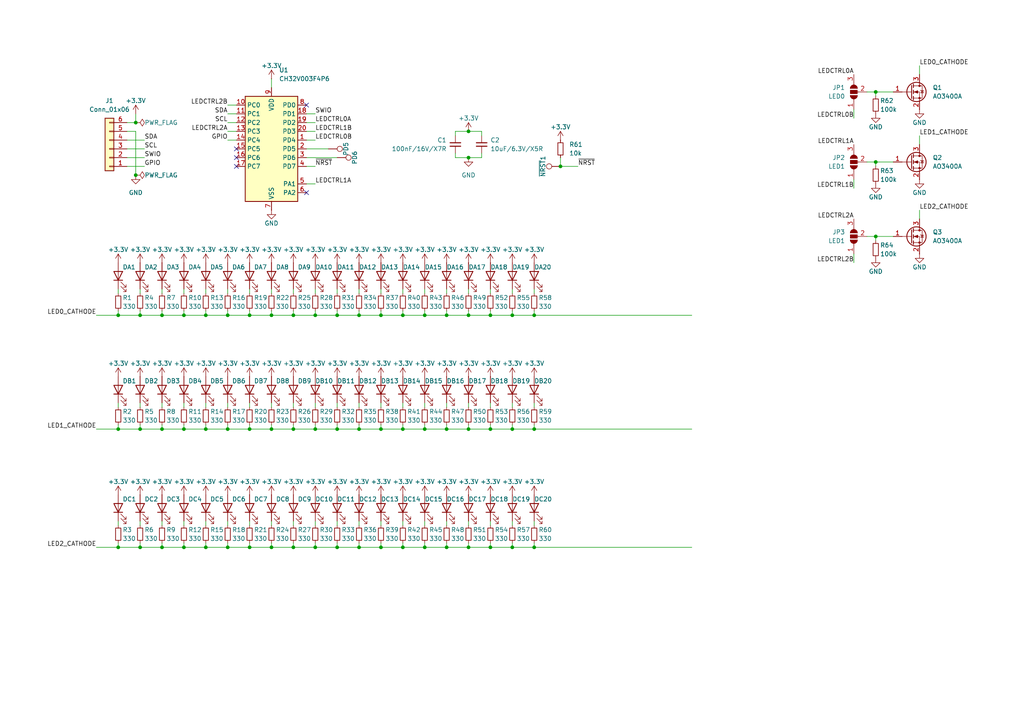
<source format=kicad_sch>
(kicad_sch (version 20231120) (generator "eeschema") (generator_version "8.0")
  (paper "A4")
  (junction (at 97.79 91.44))
  (junction (at 135.89 38.1))
  (junction (at 85.09 91.44))
  (junction (at 72.39 124.46))
  (junction (at 66.04 124.46))
  (junction (at 104.14 91.44))
  (junction (at 78.74 124.46))
  (junction (at 135.89 91.44))
  (junction (at 59.69 124.46))
  (junction (at 142.24 124.46))
  (junction (at 40.64 158.75))
  (junction (at 34.29 158.75))
  (junction (at 34.29 124.46))
  (junction (at 116.84 158.75))
  (junction (at 116.84 91.44))
  (junction (at 110.49 124.46))
  (junction (at 148.59 91.44))
  (junction (at 110.49 91.44))
  (junction (at 129.54 158.75))
  (junction (at 46.99 124.46))
  (junction (at 148.59 158.75))
  (junction (at 123.19 91.44))
  (junction (at 85.09 158.75))
  (junction (at 91.44 91.44))
  (junction (at 254 26.67))
  (junction (at 116.84 124.46))
  (junction (at 154.94 158.75))
  (junction (at 135.89 124.46))
  (junction (at 46.99 91.44))
  (junction (at 254 46.99))
  (junction (at 123.19 124.46))
  (junction (at 34.29 91.44))
  (junction (at 53.34 158.75))
  (junction (at 53.34 91.44))
  (junction (at 66.04 91.44))
  (junction (at 78.74 158.75))
  (junction (at 142.24 91.44))
  (junction (at 97.79 124.46))
  (junction (at 40.64 91.44))
  (junction (at 66.04 158.75))
  (junction (at 104.14 158.75))
  (junction (at 72.39 158.75))
  (junction (at 135.89 158.75))
  (junction (at 129.54 124.46))
  (junction (at 46.99 158.75))
  (junction (at 59.69 158.75))
  (junction (at 110.49 158.75))
  (junction (at 154.94 124.46))
  (junction (at 78.74 91.44))
  (junction (at 59.69 91.44))
  (junction (at 97.79 158.75))
  (junction (at 72.39 91.44))
  (junction (at 85.09 124.46))
  (junction (at 39.37 50.8))
  (junction (at 148.59 124.46))
  (junction (at 40.64 124.46))
  (junction (at 129.54 91.44))
  (junction (at 53.34 124.46))
  (junction (at 91.44 158.75))
  (junction (at 91.44 124.46))
  (junction (at 135.89 45.72))
  (junction (at 254 68.58))
  (junction (at 154.94 91.44))
  (junction (at 104.14 124.46))
  (junction (at 142.24 158.75))
  (junction (at 162.56 48.26))
  (junction (at 39.37 35.56))
  (junction (at 123.19 158.75))
  (no_connect (at 88.9 55.88))
  (no_connect (at 68.58 43.18))
  (no_connect (at 68.58 48.26))
  (no_connect (at 68.58 45.72))
  (no_connect (at 88.9 30.48))
  (wire (pts (xy 129.54 124.46) (xy 135.89 124.46)))
  (wire (pts (xy 135.89 116.84) (xy 135.89 118.11)))
  (wire (pts (xy 36.83 45.72) (xy 41.91 45.72)))
  (wire (pts (xy 36.83 43.18) (xy 41.91 43.18)))
  (wire (pts (xy 139.7 44.45) (xy 139.7 45.72)))
  (wire (pts (xy 85.09 91.44) (xy 85.09 90.17)))
  (wire (pts (xy 135.89 158.75) (xy 135.89 157.48)))
  (wire (pts (xy 116.84 158.75) (xy 123.19 158.75)))
  (wire (pts (xy 142.24 158.75) (xy 148.59 158.75)))
  (wire (pts (xy 59.69 83.82) (xy 59.69 85.09)))
  (wire (pts (xy 27.94 158.75) (xy 34.29 158.75)))
  (wire (pts (xy 66.04 40.64) (xy 68.58 40.64)))
  (wire (pts (xy 88.9 45.72) (xy 97.79 45.72)))
  (wire (pts (xy 104.14 91.44) (xy 110.49 91.44)))
  (wire (pts (xy 135.89 158.75) (xy 142.24 158.75)))
  (wire (pts (xy 104.14 158.75) (xy 104.14 157.48)))
  (wire (pts (xy 251.46 46.99) (xy 254 46.99)))
  (wire (pts (xy 34.29 158.75) (xy 34.29 157.48)))
  (wire (pts (xy 66.04 116.84) (xy 66.04 118.11)))
  (wire (pts (xy 53.34 158.75) (xy 59.69 158.75)))
  (wire (pts (xy 123.19 83.82) (xy 123.19 85.09)))
  (wire (pts (xy 97.79 124.46) (xy 104.14 124.46)))
  (wire (pts (xy 91.44 53.34) (xy 88.9 53.34)))
  (wire (pts (xy 142.24 124.46) (xy 148.59 124.46)))
  (wire (pts (xy 66.04 91.44) (xy 72.39 91.44)))
  (wire (pts (xy 66.04 35.56) (xy 68.58 35.56)))
  (wire (pts (xy 162.56 48.26) (xy 167.64 48.26)))
  (wire (pts (xy 129.54 91.44) (xy 129.54 90.17)))
  (wire (pts (xy 53.34 151.13) (xy 53.34 152.4)))
  (wire (pts (xy 91.44 158.75) (xy 97.79 158.75)))
  (wire (pts (xy 66.04 33.02) (xy 68.58 33.02)))
  (wire (pts (xy 123.19 124.46) (xy 129.54 124.46)))
  (wire (pts (xy 139.7 45.72) (xy 135.89 45.72)))
  (wire (pts (xy 254 26.67) (xy 259.08 26.67)))
  (wire (pts (xy 53.34 124.46) (xy 59.69 124.46)))
  (wire (pts (xy 40.64 158.75) (xy 40.64 157.48)))
  (wire (pts (xy 148.59 83.82) (xy 148.59 85.09)))
  (wire (pts (xy 148.59 158.75) (xy 154.94 158.75)))
  (wire (pts (xy 142.24 116.84) (xy 142.24 118.11)))
  (wire (pts (xy 36.83 38.1) (xy 39.37 38.1)))
  (wire (pts (xy 97.79 83.82) (xy 97.79 85.09)))
  (wire (pts (xy 123.19 158.75) (xy 129.54 158.75)))
  (wire (pts (xy 78.74 91.44) (xy 85.09 91.44)))
  (wire (pts (xy 59.69 151.13) (xy 59.69 152.4)))
  (wire (pts (xy 66.04 83.82) (xy 66.04 85.09)))
  (wire (pts (xy 266.7 19.05) (xy 266.7 21.59)))
  (wire (pts (xy 266.7 39.37) (xy 266.7 41.91)))
  (wire (pts (xy 91.44 158.75) (xy 91.44 157.48)))
  (wire (pts (xy 78.74 158.75) (xy 78.74 157.48)))
  (wire (pts (xy 97.79 158.75) (xy 104.14 158.75)))
  (wire (pts (xy 135.89 38.1) (xy 139.7 38.1)))
  (wire (pts (xy 123.19 116.84) (xy 123.19 118.11)))
  (wire (pts (xy 154.94 83.82) (xy 154.94 85.09)))
  (wire (pts (xy 97.79 158.75) (xy 97.79 157.48)))
  (wire (pts (xy 40.64 83.82) (xy 40.64 85.09)))
  (wire (pts (xy 34.29 83.82) (xy 34.29 85.09)))
  (wire (pts (xy 39.37 33.02) (xy 39.37 35.56)))
  (wire (pts (xy 34.29 151.13) (xy 34.29 152.4)))
  (wire (pts (xy 104.14 91.44) (xy 104.14 90.17)))
  (wire (pts (xy 97.79 91.44) (xy 97.79 90.17)))
  (wire (pts (xy 66.04 91.44) (xy 66.04 90.17)))
  (wire (pts (xy 91.44 116.84) (xy 91.44 118.11)))
  (wire (pts (xy 72.39 151.13) (xy 72.39 152.4)))
  (wire (pts (xy 27.94 124.46) (xy 34.29 124.46)))
  (wire (pts (xy 59.69 91.44) (xy 66.04 91.44)))
  (wire (pts (xy 142.24 91.44) (xy 148.59 91.44)))
  (wire (pts (xy 135.89 91.44) (xy 142.24 91.44)))
  (wire (pts (xy 132.08 39.37) (xy 132.08 38.1)))
  (wire (pts (xy 34.29 91.44) (xy 34.29 90.17)))
  (wire (pts (xy 72.39 83.82) (xy 72.39 85.09)))
  (wire (pts (xy 104.14 158.75) (xy 110.49 158.75)))
  (wire (pts (xy 72.39 124.46) (xy 78.74 124.46)))
  (wire (pts (xy 129.54 116.84) (xy 129.54 118.11)))
  (wire (pts (xy 59.69 91.44) (xy 59.69 90.17)))
  (wire (pts (xy 78.74 116.84) (xy 78.74 118.11)))
  (wire (pts (xy 142.24 151.13) (xy 142.24 152.4)))
  (wire (pts (xy 78.74 22.86) (xy 78.74 25.4)))
  (wire (pts (xy 40.64 91.44) (xy 40.64 90.17)))
  (wire (pts (xy 97.79 116.84) (xy 97.79 118.11)))
  (wire (pts (xy 46.99 151.13) (xy 46.99 152.4)))
  (wire (pts (xy 72.39 158.75) (xy 78.74 158.75)))
  (wire (pts (xy 46.99 158.75) (xy 46.99 157.48)))
  (wire (pts (xy 142.24 91.44) (xy 142.24 90.17)))
  (wire (pts (xy 66.04 158.75) (xy 66.04 157.48)))
  (wire (pts (xy 254 26.67) (xy 254 27.94)))
  (wire (pts (xy 104.14 83.82) (xy 104.14 85.09)))
  (wire (pts (xy 135.89 124.46) (xy 135.89 123.19)))
  (wire (pts (xy 46.99 116.84) (xy 46.99 118.11)))
  (wire (pts (xy 123.19 91.44) (xy 123.19 90.17)))
  (wire (pts (xy 66.04 124.46) (xy 66.04 123.19)))
  (wire (pts (xy 40.64 124.46) (xy 46.99 124.46)))
  (wire (pts (xy 132.08 45.72) (xy 135.89 45.72)))
  (wire (pts (xy 53.34 91.44) (xy 53.34 90.17)))
  (wire (pts (xy 85.09 124.46) (xy 91.44 124.46)))
  (wire (pts (xy 91.44 40.64) (xy 88.9 40.64)))
  (wire (pts (xy 40.64 124.46) (xy 40.64 123.19)))
  (wire (pts (xy 129.54 158.75) (xy 135.89 158.75)))
  (wire (pts (xy 110.49 158.75) (xy 116.84 158.75)))
  (wire (pts (xy 254 68.58) (xy 259.08 68.58)))
  (wire (pts (xy 104.14 124.46) (xy 104.14 123.19)))
  (wire (pts (xy 91.44 38.1) (xy 88.9 38.1)))
  (wire (pts (xy 154.94 158.75) (xy 200.66 158.75)))
  (wire (pts (xy 110.49 124.46) (xy 116.84 124.46)))
  (wire (pts (xy 135.89 91.44) (xy 135.89 90.17)))
  (wire (pts (xy 27.94 91.44) (xy 34.29 91.44)))
  (wire (pts (xy 129.54 124.46) (xy 129.54 123.19)))
  (wire (pts (xy 154.94 151.13) (xy 154.94 152.4)))
  (wire (pts (xy 46.99 91.44) (xy 53.34 91.44)))
  (wire (pts (xy 40.64 158.75) (xy 46.99 158.75)))
  (wire (pts (xy 78.74 91.44) (xy 78.74 90.17)))
  (wire (pts (xy 148.59 151.13) (xy 148.59 152.4)))
  (wire (pts (xy 116.84 116.84) (xy 116.84 118.11)))
  (wire (pts (xy 36.83 40.64) (xy 41.91 40.64)))
  (wire (pts (xy 139.7 38.1) (xy 139.7 39.37)))
  (wire (pts (xy 91.44 151.13) (xy 91.44 152.4)))
  (wire (pts (xy 34.29 124.46) (xy 34.29 123.19)))
  (wire (pts (xy 162.56 45.72) (xy 162.56 48.26)))
  (wire (pts (xy 85.09 83.82) (xy 85.09 85.09)))
  (wire (pts (xy 142.24 83.82) (xy 142.24 85.09)))
  (wire (pts (xy 53.34 91.44) (xy 59.69 91.44)))
  (wire (pts (xy 85.09 151.13) (xy 85.09 152.4)))
  (wire (pts (xy 116.84 158.75) (xy 116.84 157.48)))
  (wire (pts (xy 78.74 124.46) (xy 78.74 123.19)))
  (wire (pts (xy 72.39 91.44) (xy 78.74 91.44)))
  (wire (pts (xy 72.39 158.75) (xy 72.39 157.48)))
  (wire (pts (xy 135.89 124.46) (xy 142.24 124.46)))
  (wire (pts (xy 116.84 124.46) (xy 123.19 124.46)))
  (wire (pts (xy 53.34 116.84) (xy 53.34 118.11)))
  (wire (pts (xy 46.99 124.46) (xy 53.34 124.46)))
  (wire (pts (xy 97.79 124.46) (xy 97.79 123.19)))
  (wire (pts (xy 154.94 158.75) (xy 154.94 157.48)))
  (wire (pts (xy 135.89 151.13) (xy 135.89 152.4)))
  (wire (pts (xy 46.99 124.46) (xy 46.99 123.19)))
  (wire (pts (xy 40.64 151.13) (xy 40.64 152.4)))
  (wire (pts (xy 110.49 116.84) (xy 110.49 118.11)))
  (wire (pts (xy 34.29 116.84) (xy 34.29 118.11)))
  (wire (pts (xy 85.09 158.75) (xy 91.44 158.75)))
  (wire (pts (xy 91.44 124.46) (xy 91.44 123.19)))
  (wire (pts (xy 123.19 91.44) (xy 129.54 91.44)))
  (wire (pts (xy 85.09 116.84) (xy 85.09 118.11)))
  (wire (pts (xy 66.04 151.13) (xy 66.04 152.4)))
  (wire (pts (xy 154.94 116.84) (xy 154.94 118.11)))
  (wire (pts (xy 142.24 158.75) (xy 142.24 157.48)))
  (wire (pts (xy 148.59 91.44) (xy 154.94 91.44)))
  (wire (pts (xy 91.44 48.26) (xy 88.9 48.26)))
  (wire (pts (xy 59.69 124.46) (xy 59.69 123.19)))
  (wire (pts (xy 91.44 91.44) (xy 91.44 90.17)))
  (wire (pts (xy 251.46 26.67) (xy 254 26.67)))
  (wire (pts (xy 148.59 124.46) (xy 148.59 123.19)))
  (wire (pts (xy 46.99 158.75) (xy 53.34 158.75)))
  (wire (pts (xy 72.39 91.44) (xy 72.39 90.17)))
  (wire (pts (xy 66.04 38.1) (xy 68.58 38.1)))
  (wire (pts (xy 34.29 124.46) (xy 40.64 124.46)))
  (wire (pts (xy 104.14 151.13) (xy 104.14 152.4)))
  (wire (pts (xy 85.09 158.75) (xy 85.09 157.48)))
  (wire (pts (xy 53.34 124.46) (xy 53.34 123.19)))
  (wire (pts (xy 91.44 35.56) (xy 88.9 35.56)))
  (wire (pts (xy 148.59 124.46) (xy 154.94 124.46)))
  (wire (pts (xy 132.08 38.1) (xy 135.89 38.1)))
  (wire (pts (xy 39.37 35.56) (xy 36.83 35.56)))
  (wire (pts (xy 116.84 151.13) (xy 116.84 152.4)))
  (wire (pts (xy 66.04 158.75) (xy 72.39 158.75)))
  (wire (pts (xy 110.49 158.75) (xy 110.49 157.48)))
  (wire (pts (xy 53.34 83.82) (xy 53.34 85.09)))
  (wire (pts (xy 116.84 91.44) (xy 123.19 91.44)))
  (wire (pts (xy 154.94 124.46) (xy 154.94 123.19)))
  (wire (pts (xy 154.94 91.44) (xy 154.94 90.17)))
  (wire (pts (xy 116.84 91.44) (xy 116.84 90.17)))
  (wire (pts (xy 97.79 91.44) (xy 104.14 91.44)))
  (wire (pts (xy 34.29 91.44) (xy 40.64 91.44)))
  (wire (pts (xy 251.46 68.58) (xy 254 68.58)))
  (wire (pts (xy 91.44 91.44) (xy 97.79 91.44)))
  (wire (pts (xy 59.69 158.75) (xy 66.04 158.75)))
  (wire (pts (xy 78.74 151.13) (xy 78.74 152.4)))
  (wire (pts (xy 132.08 44.45) (xy 132.08 45.72)))
  (wire (pts (xy 247.65 52.07) (xy 247.65 54.61)))
  (wire (pts (xy 59.69 116.84) (xy 59.69 118.11)))
  (wire (pts (xy 66.04 30.48) (xy 68.58 30.48)))
  (wire (pts (xy 254 46.99) (xy 259.08 46.99)))
  (wire (pts (xy 36.83 48.26) (xy 41.91 48.26)))
  (wire (pts (xy 40.64 116.84) (xy 40.64 118.11)))
  (wire (pts (xy 129.54 91.44) (xy 135.89 91.44)))
  (wire (pts (xy 110.49 124.46) (xy 110.49 123.19)))
  (wire (pts (xy 46.99 83.82) (xy 46.99 85.09)))
  (wire (pts (xy 72.39 124.46) (xy 72.39 123.19)))
  (wire (pts (xy 123.19 151.13) (xy 123.19 152.4)))
  (wire (pts (xy 66.04 124.46) (xy 72.39 124.46)))
  (wire (pts (xy 39.37 38.1) (xy 39.37 50.8)))
  (wire (pts (xy 247.65 31.75) (xy 247.65 34.29)))
  (wire (pts (xy 34.29 158.75) (xy 40.64 158.75)))
  (wire (pts (xy 148.59 116.84) (xy 148.59 118.11)))
  (wire (pts (xy 135.89 83.82) (xy 135.89 85.09)))
  (wire (pts (xy 116.84 83.82) (xy 116.84 85.09)))
  (wire (pts (xy 78.74 83.82) (xy 78.74 85.09)))
  (wire (pts (xy 247.65 73.66) (xy 247.65 76.2)))
  (wire (pts (xy 91.44 124.46) (xy 97.79 124.46)))
  (wire (pts (xy 142.24 124.46) (xy 142.24 123.19)))
  (wire (pts (xy 85.09 91.44) (xy 91.44 91.44)))
  (wire (pts (xy 104.14 124.46) (xy 110.49 124.46)))
  (wire (pts (xy 110.49 91.44) (xy 110.49 90.17)))
  (wire (pts (xy 59.69 158.75) (xy 59.69 157.48)))
  (wire (pts (xy 266.7 60.96) (xy 266.7 63.5)))
  (wire (pts (xy 116.84 124.46) (xy 116.84 123.19)))
  (wire (pts (xy 110.49 151.13) (xy 110.49 152.4)))
  (wire (pts (xy 110.49 91.44) (xy 116.84 91.44)))
  (wire (pts (xy 40.64 91.44) (xy 46.99 91.44)))
  (wire (pts (xy 129.54 83.82) (xy 129.54 85.09)))
  (wire (pts (xy 154.94 91.44) (xy 200.66 91.44)))
  (wire (pts (xy 59.69 124.46) (xy 66.04 124.46)))
  (wire (pts (xy 78.74 124.46) (xy 85.09 124.46)))
  (wire (pts (xy 46.99 91.44) (xy 46.99 90.17)))
  (wire (pts (xy 254 68.58) (xy 254 69.85)))
  (wire (pts (xy 53.34 158.75) (xy 53.34 157.48)))
  (wire (pts (xy 129.54 158.75) (xy 129.54 157.48)))
  (wire (pts (xy 91.44 33.02) (xy 88.9 33.02)))
  (wire (pts (xy 97.79 151.13) (xy 97.79 152.4)))
  (wire (pts (xy 123.19 124.46) (xy 123.19 123.19)))
  (wire (pts (xy 104.14 116.84) (xy 104.14 118.11)))
  (wire (pts (xy 78.74 158.75) (xy 85.09 158.75)))
  (wire (pts (xy 110.49 83.82) (xy 110.49 85.09)))
  (wire (pts (xy 148.59 158.75) (xy 148.59 157.48)))
  (wire (pts (xy 129.54 151.13) (xy 129.54 152.4)))
  (wire (pts (xy 254 46.99) (xy 254 48.26)))
  (wire (pts (xy 72.39 116.84) (xy 72.39 118.11)))
  (wire (pts (xy 154.94 124.46) (xy 200.66 124.46)))
  (wire (pts (xy 148.59 91.44) (xy 148.59 90.17)))
  (wire (pts (xy 123.19 158.75) (xy 123.19 157.48)))
  (wire (pts (xy 85.09 124.46) (xy 85.09 123.19)))
  (wire (pts (xy 91.44 83.82) (xy 91.44 85.09)))
  (wire (pts (xy 88.9 43.18) (xy 95.25 43.18)))
  (label "LEDCTRL1A" (at 247.65 41.91 180))
  (label "LEDCTRL2B" (at 66.04 30.48 180))
  (label "GPIO" (at 66.04 40.64 180))
  (label "LEDCTRL1A" (at 91.44 53.34 0))
  (label "LED2_CATHODE" (at 266.7 60.96 0))
  (label "LEDCTRL2A" (at 247.65 63.5 180))
  (label "GPIO" (at 41.91 48.26 0))
  (label "LED2_CATHODE" (at 27.94 158.75 180))
  (label "LEDCTRL2B" (at 247.65 76.2 180))
  (label "SDA" (at 41.91 40.64 0))
  (label "LEDCTRL1B" (at 91.44 38.1 0))
  (label "LED0_CATHODE" (at 266.7 19.05 0))
  (label "LEDCTRL2A" (at 66.04 38.1 180))
  (label "LEDCTRL0B" (at 247.65 34.29 180))
  (label "LED0_CATHODE" (at 27.94 91.44 180))
  (label "LED1_CATHODE" (at 266.7 39.37 0))
  (label "LEDCTRL1B" (at 247.65 54.61 180))
  (label "LEDCTRL0A" (at 247.65 21.59 180))
  (label "SWIO" (at 41.91 45.72 0))
  (label "SCL" (at 66.04 35.56 180))
  (label "LEDCTRL0B" (at 91.44 40.64 0))
  (label "SCL" (at 41.91 43.18 0))
  (label "SWIO" (at 91.44 33.02 0))
  (label "LEDCTRL0A" (at 91.44 35.56 0))
  (label "~{NRST}" (at 91.44 48.26 0))
  (label "SDA" (at 66.04 33.02 180))
  (label "LED1_CATHODE" (at 27.94 124.46 180))
  (label "~{NRST}" (at 167.64 48.26 0))
  (symbol (lib_id "power:+3.3V") (at 135.89 109.22 0) (unit 1)
    (property "Reference" "#PWR056" (effects (hide yes)))
    (property "Value" "+3.3V" (at 135.89 105.41 0))
    (property "Description" "Power symbol creates a global label with name \"+3.3V\"" (effects (hide yes)))
  )
  (symbol (lib_id "power:PWR_FLAG") (at 39.37 35.56 270) (unit 1)
    (property "Reference" "#FLG01" (effects (hide yes)))
    (property "Value" "PWR_FLAG" (at 41.91 35.56 90) (effects (justify left)))
    (property "Description" "Special symbol for telling ERC where power comes from" (effects (hide yes)))
  )
  (symbol (lib_id "power:+3.3V") (at 104.14 143.51 0) (unit 1)
    (property "Reference" "#PWR040" (effects (hide yes)))
    (property "Value" "+3.3V" (at 104.14 139.7 0))
    (property "Description" "Power symbol creates a global label with name \"+3.3V\"" (effects (hide yes)))
  )
  (symbol (lib_id "library:330") (at 78.74 120.65 0) (unit 1)
    (property "Reference" "R23" (at 80.01 119.38 0) (effects (justify left)))
    (property "Value" "330" (at 80.01 121.92 0) (effects (justify left)))
    (property "Footprint" "library:R_0402_1005Metric" (effects (hide yes)))
    (property "Datasheet" "https://datasheet.lcsc.com/lcsc/2110252230_UNI-ROYAL-Uniroyal-Elec-0402WGF3300TCE_C25104.pdf" (effects (hide yes)))
    (property "Description" "1% 1 16W Thick Film Resistors 50V   100ppm    -55    155   330   0402 Chip Resistor - Surface Mount ROHS" (effects (hide yes)))
    (property "LCSC" "C25104" (effects (hide yes)))
    (property "MFG" "UNI-ROYAL(Uniroyal Elec)" (effects (hide yes)))
    (property "MFGPN" "0402WGF3300TCE" (effects (hide yes)))
  )
  (symbol (lib_id "library:330") (at 97.79 154.94 0) (unit 1)
    (property "Reference" "R33" (at 99.06 153.67 0) (effects (justify left)))
    (property "Value" "330" (at 99.06 156.21 0) (effects (justify left)))
    (property "Footprint" "library:R_0402_1005Metric" (effects (hide yes)))
    (property "Datasheet" "https://datasheet.lcsc.com/lcsc/2110252230_UNI-ROYAL-Uniroyal-Elec-0402WGF3300TCE_C25104.pdf" (effects (hide yes)))
    (property "Description" "1% 1 16W Thick Film Resistors 50V   100ppm    -55    155   330   0402 Chip Resistor - Surface Mount ROHS" (effects (hide yes)))
    (property "LCSC" "C25104" (effects (hide yes)))
    (property "MFG" "UNI-ROYAL(Uniroyal Elec)" (effects (hide yes)))
    (property "MFGPN" "0402WGF3300TCE" (effects (hide yes)))
  )
  (symbol (lib_id "power:+3.3V") (at 142.24 109.22 0) (unit 1)
    (property "Reference" "#PWR059" (effects (hide yes)))
    (property "Value" "+3.3V" (at 142.24 105.41 0))
    (property "Description" "Power symbol creates a global label with name \"+3.3V\"" (effects (hide yes)))
  )
  (symbol (lib_id "library:100k") (at 254 72.39 0) (unit 1)
    (property "Reference" "R64" (at 255.27 71.12 0) (effects (justify left)))
    (property "Value" "100k" (at 255.27 73.66 0) (effects (justify left)))
    (property "Footprint" "library:R_0402_1005Metric" (effects (hide yes)))
    (property "Datasheet" "https://datasheet.lcsc.com/lcsc/2110260030_UNI-ROYAL-Uniroyal-Elec-0402WGF1003TCE_C25741.pdf" (effects (hide yes)))
    (property "Description" "1% 1 16W Thick Film Resistors 50V   100ppm    -55    155   100k   0402 Chip Resistor - Surface Mount ROHS" (effects (hide yes)))
    (property "LCSC" "C25741" (effects (hide yes)))
    (property "MFG" "UNI-ROYAL(Uniroyal Elec)" (effects (hide yes)))
    (property "MFGPN" "0402WGF1003TCE" (effects (hide yes)))
  )
  (symbol (lib_id "library:330") (at 135.89 154.94 0) (unit 1)
    (property "Reference" "R51" (at 137.16 153.67 0) (effects (justify left)))
    (property "Value" "330" (at 137.16 156.21 0) (effects (justify left)))
    (property "Footprint" "library:R_0402_1005Metric" (effects (hide yes)))
    (property "Datasheet" "https://datasheet.lcsc.com/lcsc/2110252230_UNI-ROYAL-Uniroyal-Elec-0402WGF3300TCE_C25104.pdf" (effects (hide yes)))
    (property "Description" "1% 1 16W Thick Film Resistors 50V   100ppm    -55    155   330   0402 Chip Resistor - Surface Mount ROHS" (effects (hide yes)))
    (property "LCSC" "C25104" (effects (hide yes)))
    (property "MFG" "UNI-ROYAL(Uniroyal Elec)" (effects (hide yes)))
    (property "MFGPN" "0402WGF3300TCE" (effects (hide yes)))
  )
  (symbol (lib_id "library:330") (at 129.54 120.65 0) (unit 1)
    (property "Reference" "R47" (at 130.81 119.38 0) (effects (justify left)))
    (property "Value" "330" (at 130.81 121.92 0) (effects (justify left)))
    (property "Footprint" "library:R_0402_1005Metric" (effects (hide yes)))
    (property "Datasheet" "https://datasheet.lcsc.com/lcsc/2110252230_UNI-ROYAL-Uniroyal-Elec-0402WGF3300TCE_C25104.pdf" (effects (hide yes)))
    (property "Description" "1% 1 16W Thick Film Resistors 50V   100ppm    -55    155   330   0402 Chip Resistor - Surface Mount ROHS" (effects (hide yes)))
    (property "LCSC" "C25104" (effects (hide yes)))
    (property "MFG" "UNI-ROYAL(Uniroyal Elec)" (effects (hide yes)))
    (property "MFGPN" "0402WGF3300TCE" (effects (hide yes)))
  )
  (symbol (lib_id "power:GND") (at 266.7 73.66 0) (unit 1)
    (property "Reference" "#PWR073" (effects (hide yes)))
    (property "Value" "GND" (at 266.7 77.47 0))
    (property "Description" "Power symbol creates a global label with name \"GND\" , ground" (effects (hide yes)))
  )
  (symbol (lib_id "power:+3.3V") (at 72.39 76.2 0) (unit 1)
    (property "Reference" "#PWR021" (effects (hide yes)))
    (property "Value" "+3.3V" (at 72.39 72.39 0))
    (property "Description" "Power symbol creates a global label with name \"+3.3V\"" (effects (hide yes)))
  )
  (symbol (lib_id "library:330") (at 85.09 120.65 0) (unit 1)
    (property "Reference" "R26" (at 86.36 119.38 0) (effects (justify left)))
    (property "Value" "330" (at 86.36 121.92 0) (effects (justify left)))
    (property "Footprint" "library:R_0402_1005Metric" (effects (hide yes)))
    (property "Datasheet" "https://datasheet.lcsc.com/lcsc/2110252230_UNI-ROYAL-Uniroyal-Elec-0402WGF3300TCE_C25104.pdf" (effects (hide yes)))
    (property "Description" "1% 1 16W Thick Film Resistors 50V   100ppm    -55    155   330   0402 Chip Resistor - Surface Mount ROHS" (effects (hide yes)))
    (property "LCSC" "C25104" (effects (hide yes)))
    (property "MFG" "UNI-ROYAL(Uniroyal Elec)" (effects (hide yes)))
    (property "MFGPN" "0402WGF3300TCE" (effects (hide yes)))
  )
  (symbol (lib_id "library:330") (at 104.14 154.94 0) (unit 1)
    (property "Reference" "R36" (at 105.41 153.67 0) (effects (justify left)))
    (property "Value" "330" (at 105.41 156.21 0) (effects (justify left)))
    (property "Footprint" "library:R_0402_1005Metric" (effects (hide yes)))
    (property "Datasheet" "https://datasheet.lcsc.com/lcsc/2110252230_UNI-ROYAL-Uniroyal-Elec-0402WGF3300TCE_C25104.pdf" (effects (hide yes)))
    (property "Description" "1% 1 16W Thick Film Resistors 50V   100ppm    -55    155   330   0402 Chip Resistor - Surface Mount ROHS" (effects (hide yes)))
    (property "LCSC" "C25104" (effects (hide yes)))
    (property "MFG" "UNI-ROYAL(Uniroyal Elec)" (effects (hide yes)))
    (property "MFGPN" "0402WGF3300TCE" (effects (hide yes)))
  )
  (symbol (lib_id "library:LED_AMBER") (at 148.59 113.03 90) (unit 1)
    (property "Reference" "DB19" (at 148.59 110.49 90) (effects (justify right)))
    (property "Value" "LED_AMBER" (effects (hide yes)))
    (property "Footprint" "library:LED_0603_1608Metric" (effects (hide yes)))
    (property "Description" "Light emitting diode" (effects (hide yes)))
    (property "LCSC" "C2286" (effects (hide yes)))
  )
  (symbol (lib_id "power:+3.3V") (at 142.24 76.2 0) (unit 1)
    (property "Reference" "#PWR058" (effects (hide yes)))
    (property "Value" "+3.3V" (at 142.24 72.39 0))
    (property "Description" "Power symbol creates a global label with name \"+3.3V\"" (effects (hide yes)))
  )
  (symbol (lib_id "power:+3.3V") (at 148.59 76.2 0) (unit 1)
    (property "Reference" "#PWR061" (effects (hide yes)))
    (property "Value" "+3.3V" (at 148.59 72.39 0))
    (property "Description" "Power symbol creates a global label with name \"+3.3V\"" (effects (hide yes)))
  )
  (symbol (lib_id "power:+3.3V") (at 46.99 76.2 0) (unit 1)
    (property "Reference" "#PWR09" (effects (hide yes)))
    (property "Value" "+3.3V" (at 46.99 72.39 0))
    (property "Description" "Power symbol creates a global label with name \"+3.3V\"" (effects (hide yes)))
  )
  (symbol (lib_id "library:330") (at 129.54 87.63 0) (unit 1)
    (property "Reference" "R46" (at 130.81 86.36 0) (effects (justify left)))
    (property "Value" "330" (at 130.81 88.9 0) (effects (justify left)))
    (property "Footprint" "library:R_0402_1005Metric" (effects (hide yes)))
    (property "Datasheet" "https://datasheet.lcsc.com/lcsc/2110252230_UNI-ROYAL-Uniroyal-Elec-0402WGF3300TCE_C25104.pdf" (effects (hide yes)))
    (property "Description" "1% 1 16W Thick Film Resistors 50V   100ppm    -55    155   330   0402 Chip Resistor - Surface Mount ROHS" (effects (hide yes)))
    (property "LCSC" "C25104" (effects (hide yes)))
    (property "MFG" "UNI-ROYAL(Uniroyal Elec)" (effects (hide yes)))
    (property "MFGPN" "0402WGF3300TCE" (effects (hide yes)))
  )
  (symbol (lib_id "power:+3.3V") (at 46.99 109.22 0) (unit 1)
    (property "Reference" "#PWR010" (effects (hide yes)))
    (property "Value" "+3.3V" (at 46.99 105.41 0))
    (property "Description" "Power symbol creates a global label with name \"+3.3V\"" (effects (hide yes)))
  )
  (symbol (lib_id "library:LED_AMBER") (at 116.84 80.01 90) (unit 1)
    (property "Reference" "DA14" (at 116.84 77.47 90) (effects (justify right)))
    (property "Value" "LED_AMBER" (effects (hide yes)))
    (property "Footprint" "library:LED_0603_1608Metric" (effects (hide yes)))
    (property "Description" "Light emitting diode" (effects (hide yes)))
    (property "LCSC" "C2286" (effects (hide yes)))
  )
  (symbol (lib_id "library:AO3400A") (at 264.16 26.67 0) (unit 1)
    (property "Reference" "Q1" (at 270.51 25.3999 0) (effects (justify left)))
    (property "Value" "AO3400A" (at 270.51 27.9399 0) (effects (justify left)))
    (property "Footprint" "library:SOT-23-GSD" (effects (hide yes)))
    (property "Datasheet" "https://www.onsemi.com/pub/Collateral/BSS138-D.PDF" (effects (hide yes)))
    (property "Description" "30V Vds, 5.7A Id, N-Channel MOSFET, SOT-23" (effects (hide yes)))
    (property "LCSC" "C20917" (effects (hide yes)))
  )
  (symbol (lib_id "library:LED_AMBER") (at 110.49 147.32 90) (unit 1)
    (property "Reference" "DC13" (at 110.49 144.78 90) (effects (justify right)))
    (property "Value" "LED_AMBER" (effects (hide yes)))
    (property "Footprint" "library:LED_0603_1608Metric" (effects (hide yes)))
    (property "Description" "Light emitting diode" (effects (hide yes)))
    (property "LCSC" "C2286" (effects (hide yes)))
  )
  (symbol (lib_id "library:330") (at 123.19 87.63 0) (unit 1)
    (property "Reference" "R43" (at 124.46 86.36 0) (effects (justify left)))
    (property "Value" "330" (at 124.46 88.9 0) (effects (justify left)))
    (property "Footprint" "library:R_0402_1005Metric" (effects (hide yes)))
    (property "Datasheet" "https://datasheet.lcsc.com/lcsc/2110252230_UNI-ROYAL-Uniroyal-Elec-0402WGF3300TCE_C25104.pdf" (effects (hide yes)))
    (property "Description" "1% 1 16W Thick Film Resistors 50V   100ppm    -55    155   330   0402 Chip Resistor - Surface Mount ROHS" (effects (hide yes)))
    (property "LCSC" "C25104" (effects (hide yes)))
    (property "MFG" "UNI-ROYAL(Uniroyal Elec)" (effects (hide yes)))
    (property "MFGPN" "0402WGF3300TCE" (effects (hide yes)))
  )
  (symbol (lib_id "power:PWR_FLAG") (at 39.37 50.8 270) (unit 1)
    (property "Reference" "#FLG02" (effects (hide yes)))
    (property "Value" "PWR_FLAG" (at 41.91 50.8 90) (effects (justify left)))
    (property "Description" "Special symbol for telling ERC where power comes from" (effects (hide yes)))
  )
  (symbol (lib_id "library:LED_AMBER") (at 34.29 80.01 90) (unit 1)
    (property "Reference" "DA1" (at 35.56 77.47 90) (effects (justify right)))
    (property "Value" "LED_AMBER" (effects (hide yes)))
    (property "Footprint" "library:LED_0603_1608Metric" (effects (hide yes)))
    (property "Description" "Light emitting diode" (effects (hide yes)))
    (property "LCSC" "C2286" (effects (hide yes)))
  )
  (symbol (lib_id "power:+3.3V") (at 78.74 22.86 0) (unit 1)
    (property "Reference" "#PWR024" (effects (hide yes)))
    (property "Value" "+3.3V" (at 78.74 19.05 0))
    (property "Description" "Power symbol creates a global label with name \"+3.3V\"" (effects (hide yes)))
  )
  (symbol (lib_id "library:330") (at 97.79 87.63 0) (unit 1)
    (property "Reference" "R31" (at 99.06 86.36 0) (effects (justify left)))
    (property "Value" "330" (at 99.06 88.9 0) (effects (justify left)))
    (property "Footprint" "library:R_0402_1005Metric" (effects (hide yes)))
    (property "Datasheet" "https://datasheet.lcsc.com/lcsc/2110252230_UNI-ROYAL-Uniroyal-Elec-0402WGF3300TCE_C25104.pdf" (effects (hide yes)))
    (property "Description" "1% 1 16W Thick Film Resistors 50V   100ppm    -55    155   330   0402 Chip Resistor - Surface Mount ROHS" (effects (hide yes)))
    (property "LCSC" "C25104" (effects (hide yes)))
    (property "MFG" "UNI-ROYAL(Uniroyal Elec)" (effects (hide yes)))
    (property "MFGPN" "0402WGF3300TCE" (effects (hide yes)))
  )
  (symbol (lib_id "power:+3.3V") (at 34.29 76.2 0) (unit 1)
    (property "Reference" "#PWR01" (effects (hide yes)))
    (property "Value" "+3.3V" (at 34.29 72.39 0))
    (property "Description" "Power symbol creates a global label with name \"+3.3V\"" (effects (hide yes)))
  )
  (symbol (lib_id "library:SolderJumper_3_Open") (at 247.65 68.58 90) (unit 1) (exclude_from_sim yes) (in_bom no)
    (property "Reference" "JP3" (at 245.11 67.3099 90) (effects (justify left)))
    (property "Value" "LED1" (at 245.11 69.8499 90) (effects (justify left)))
    (property "Footprint" "library:SolderJumper-3_P1.3mm_Open_RoundedPad1.0x1.5mm" (effects (hide yes)))
    (property "Description" "Solder Jumper, 3-pole, open" (effects (hide yes)))
  )
  (symbol (lib_id "library:330") (at 154.94 87.63 0) (unit 1)
    (property "Reference" "R58" (at 156.21 86.36 0) (effects (justify left)))
    (property "Value" "330" (at 156.21 88.9 0) (effects (justify left)))
    (property "Footprint" "library:R_0402_1005Metric" (effects (hide yes)))
    (property "Datasheet" "https://datasheet.lcsc.com/lcsc/2110252230_UNI-ROYAL-Uniroyal-Elec-0402WGF3300TCE_C25104.pdf" (effects (hide yes)))
    (property "Description" "1% 1 16W Thick Film Resistors 50V   100ppm    -55    155   330   0402 Chip Resistor - Surface Mount ROHS" (effects (hide yes)))
    (property "LCSC" "C25104" (effects (hide yes)))
    (property "MFG" "UNI-ROYAL(Uniroyal Elec)" (effects (hide yes)))
    (property "MFGPN" "0402WGF3300TCE" (effects (hide yes)))
  )
  (symbol (lib_id "library:330") (at 34.29 154.94 0) (unit 1)
    (property "Reference" "R3" (at 35.56 153.67 0) (effects (justify left)))
    (property "Value" "330" (at 35.56 156.21 0) (effects (justify left)))
    (property "Footprint" "library:R_0402_1005Metric" (effects (hide yes)))
    (property "Datasheet" "https://datasheet.lcsc.com/lcsc/2110252230_UNI-ROYAL-Uniroyal-Elec-0402WGF3300TCE_C25104.pdf" (effects (hide yes)))
    (property "Description" "1% 1 16W Thick Film Resistors 50V   100ppm    -55    155   330   0402 Chip Resistor - Surface Mount ROHS" (effects (hide yes)))
    (property "LCSC" "C25104" (effects (hide yes)))
    (property "MFG" "UNI-ROYAL(Uniroyal Elec)" (effects (hide yes)))
    (property "MFGPN" "0402WGF3300TCE" (effects (hide yes)))
  )
  (symbol (lib_id "library:330") (at 59.69 120.65 0) (unit 1)
    (property "Reference" "R14" (at 60.96 119.38 0) (effects (justify left)))
    (property "Value" "330" (at 60.96 121.92 0) (effects (justify left)))
    (property "Footprint" "library:R_0402_1005Metric" (effects (hide yes)))
    (property "Datasheet" "https://datasheet.lcsc.com/lcsc/2110252230_UNI-ROYAL-Uniroyal-Elec-0402WGF3300TCE_C25104.pdf" (effects (hide yes)))
    (property "Description" "1% 1 16W Thick Film Resistors 50V   100ppm    -55    155   330   0402 Chip Resistor - Surface Mount ROHS" (effects (hide yes)))
    (property "LCSC" "C25104" (effects (hide yes)))
    (property "MFG" "UNI-ROYAL(Uniroyal Elec)" (effects (hide yes)))
    (property "MFGPN" "0402WGF3300TCE" (effects (hide yes)))
  )
  (symbol (lib_id "library:330") (at 123.19 120.65 0) (unit 1)
    (property "Reference" "R44" (at 124.46 119.38 0) (effects (justify left)))
    (property "Value" "330" (at 124.46 121.92 0) (effects (justify left)))
    (property "Footprint" "library:R_0402_1005Metric" (effects (hide yes)))
    (property "Datasheet" "https://datasheet.lcsc.com/lcsc/2110252230_UNI-ROYAL-Uniroyal-Elec-0402WGF3300TCE_C25104.pdf" (effects (hide yes)))
    (property "Description" "1% 1 16W Thick Film Resistors 50V   100ppm    -55    155   330   0402 Chip Resistor - Surface Mount ROHS" (effects (hide yes)))
    (property "LCSC" "C25104" (effects (hide yes)))
    (property "MFG" "UNI-ROYAL(Uniroyal Elec)" (effects (hide yes)))
    (property "MFGPN" "0402WGF3300TCE" (effects (hide yes)))
  )
  (symbol (lib_id "library:330") (at 91.44 154.94 0) (unit 1)
    (property "Reference" "R30" (at 92.71 153.67 0) (effects (justify left)))
    (property "Value" "330" (at 92.71 156.21 0) (effects (justify left)))
    (property "Footprint" "library:R_0402_1005Metric" (effects (hide yes)))
    (property "Datasheet" "https://datasheet.lcsc.com/lcsc/2110252230_UNI-ROYAL-Uniroyal-Elec-0402WGF3300TCE_C25104.pdf" (effects (hide yes)))
    (property "Description" "1% 1 16W Thick Film Resistors 50V   100ppm    -55    155   330   0402 Chip Resistor - Surface Mount ROHS" (effects (hide yes)))
    (property "LCSC" "C25104" (effects (hide yes)))
    (property "MFG" "UNI-ROYAL(Uniroyal Elec)" (effects (hide yes)))
    (property "MFGPN" "0402WGF3300TCE" (effects (hide yes)))
  )
  (symbol (lib_id "power:+3.3V") (at 78.74 76.2 0) (unit 1)
    (property "Reference" "#PWR026" (effects (hide yes)))
    (property "Value" "+3.3V" (at 78.74 72.39 0))
    (property "Description" "Power symbol creates a global label with name \"+3.3V\"" (effects (hide yes)))
  )
  (symbol (lib_id "library:CH32V003FxPx") (at 78.74 43.18 0) (unit 1)
    (property "Reference" "U1" (at 80.9341 20.32 0) (effects (justify left)))
    (property "Value" "CH32V003F4P6" (at 80.9341 22.86 0) (effects (justify left)))
    (property "Footprint" "library:TSSOP-20_4.4x6.5mm_P0.65mm" (effects (hide yes)))
    (property "Datasheet" "https://www.wch-ic.com/products/CH32V003.html" (effects (hide yes)))
    (property "Description" "CH32V003 series are industrial-grade general-purpose microcontrollers designed based on 32-bit RISC-V instruction set and architecture. It adopts QingKe V2A core, RV32EC instruction set, and supports 2 levels of interrupt nesting. The series are mounted with rich peripheral interfaces and function modules. Its internal organizational structure meets the low-cost and low-power embedded application scenarios." (effects (hide yes)))
    (property "LCSC" "C5187096" (effects (hide yes)))
  )
  (symbol (lib_id "library:LED_AMBER") (at 91.44 80.01 90) (unit 1)
    (property "Reference" "DA10" (at 91.44 77.47 90) (effects (justify right)))
    (property "Value" "LED_AMBER" (effects (hide yes)))
    (property "Footprint" "library:LED_0603_1608Metric" (effects (hide yes)))
    (property "Description" "Light emitting diode" (effects (hide yes)))
    (property "LCSC" "C2286" (effects (hide yes)))
  )
  (symbol (lib_id "library:330") (at 78.74 154.94 0) (unit 1)
    (property "Reference" "R24" (at 80.01 153.67 0) (effects (justify left)))
    (property "Value" "330" (at 80.01 156.21 0) (effects (justify left)))
    (property "Footprint" "library:R_0402_1005Metric" (effects (hide yes)))
    (property "Datasheet" "https://datasheet.lcsc.com/lcsc/2110252230_UNI-ROYAL-Uniroyal-Elec-0402WGF3300TCE_C25104.pdf" (effects (hide yes)))
    (property "Description" "1% 1 16W Thick Film Resistors 50V   100ppm    -55    155   330   0402 Chip Resistor - Surface Mount ROHS" (effects (hide yes)))
    (property "LCSC" "C25104" (effects (hide yes)))
    (property "MFG" "UNI-ROYAL(Uniroyal Elec)" (effects (hide yes)))
    (property "MFGPN" "0402WGF3300TCE" (effects (hide yes)))
  )
  (symbol (lib_id "library:330") (at 110.49 87.63 0) (unit 1)
    (property "Reference" "R37" (at 111.76 86.36 0) (effects (justify left)))
    (property "Value" "330" (at 111.76 88.9 0) (effects (justify left)))
    (property "Footprint" "library:R_0402_1005Metric" (effects (hide yes)))
    (property "Datasheet" "https://datasheet.lcsc.com/lcsc/2110252230_UNI-ROYAL-Uniroyal-Elec-0402WGF3300TCE_C25104.pdf" (effects (hide yes)))
    (property "Description" "1% 1 16W Thick Film Resistors 50V   100ppm    -55    155   330   0402 Chip Resistor - Surface Mount ROHS" (effects (hide yes)))
    (property "LCSC" "C25104" (effects (hide yes)))
    (property "MFG" "UNI-ROYAL(Uniroyal Elec)" (effects (hide yes)))
    (property "MFGPN" "0402WGF3300TCE" (effects (hide yes)))
  )
  (symbol (lib_id "library:LED_AMBER") (at 40.64 147.32 90) (unit 1)
    (property "Reference" "DC2" (at 41.91 144.78 90) (effects (justify right)))
    (property "Value" "LED_AMBER" (effects (hide yes)))
    (property "Footprint" "library:LED_0603_1608Metric" (effects (hide yes)))
    (property "Description" "Light emitting diode" (effects (hide yes)))
    (property "LCSC" "C2286" (effects (hide yes)))
  )
  (symbol (lib_id "library:LED_AMBER") (at 59.69 80.01 90) (unit 1)
    (property "Reference" "DA5" (at 60.96 77.47 90) (effects (justify right)))
    (property "Value" "LED_AMBER" (effects (hide yes)))
    (property "Footprint" "library:LED_0603_1608Metric" (effects (hide yes)))
    (property "Description" "Light emitting diode" (effects (hide yes)))
    (property "LCSC" "C2286" (effects (hide yes)))
  )
  (symbol (lib_id "power:GND") (at 266.7 52.07 0) (unit 1)
    (property "Reference" "#PWR072" (effects (hide yes)))
    (property "Value" "GND" (at 266.7 55.88 0))
    (property "Description" "Power symbol creates a global label with name \"GND\" , ground" (effects (hide yes)))
  )
  (symbol (lib_id "power:+3.3V") (at 142.24 143.51 0) (unit 1)
    (property "Reference" "#PWR060" (effects (hide yes)))
    (property "Value" "+3.3V" (at 142.24 139.7 0))
    (property "Description" "Power symbol creates a global label with name \"+3.3V\"" (effects (hide yes)))
  )
  (symbol (lib_id "library:LED_AMBER") (at 104.14 113.03 90) (unit 1)
    (property "Reference" "DB12" (at 104.14 110.49 90) (effects (justify right)))
    (property "Value" "LED_AMBER" (effects (hide yes)))
    (property "Footprint" "library:LED_0603_1608Metric" (effects (hide yes)))
    (property "Description" "Light emitting diode" (effects (hide yes)))
    (property "LCSC" "C2286" (effects (hide yes)))
  )
  (symbol (lib_id "library:AO3400A") (at 264.16 46.99 0) (unit 1)
    (property "Reference" "Q2" (at 270.51 45.7199 0) (effects (justify left)))
    (property "Value" "AO3400A" (at 270.51 48.2599 0) (effects (justify left)))
    (property "Footprint" "library:SOT-23-GSD" (effects (hide yes)))
    (property "Datasheet" "https://www.onsemi.com/pub/Collateral/BSS138-D.PDF" (effects (hide yes)))
    (property "Description" "30V Vds, 5.7A Id, N-Channel MOSFET, SOT-23" (effects (hide yes)))
    (property "LCSC" "C20917" (effects (hide yes)))
  )
  (symbol (lib_id "library:LED_AMBER") (at 59.69 113.03 90) (unit 1)
    (property "Reference" "DB5" (at 60.96 110.49 90) (effects (justify right)))
    (property "Value" "LED_AMBER" (effects (hide yes)))
    (property "Footprint" "library:LED_0603_1608Metric" (effects (hide yes)))
    (property "Description" "Light emitting diode" (effects (hide yes)))
    (property "LCSC" "C2286" (effects (hide yes)))
  )
  (symbol (lib_id "library:330") (at 72.39 154.94 0) (unit 1)
    (property "Reference" "R21" (at 73.66 153.67 0) (effects (justify left)))
    (property "Value" "330" (at 73.66 156.21 0) (effects (justify left)))
    (property "Footprint" "library:R_0402_1005Metric" (effects (hide yes)))
    (property "Datasheet" "https://datasheet.lcsc.com/lcsc/2110252230_UNI-ROYAL-Uniroyal-Elec-0402WGF3300TCE_C25104.pdf" (effects (hide yes)))
    (property "Description" "1% 1 16W Thick Film Resistors 50V   100ppm    -55    155   330   0402 Chip Resistor - Surface Mount ROHS" (effects (hide yes)))
    (property "LCSC" "C25104" (effects (hide yes)))
    (property "MFG" "UNI-ROYAL(Uniroyal Elec)" (effects (hide yes)))
    (property "MFGPN" "0402WGF3300TCE" (effects (hide yes)))
  )
  (symbol (lib_id "library:330") (at 66.04 87.63 0) (unit 1)
    (property "Reference" "R16" (at 67.31 86.36 0) (effects (justify left)))
    (property "Value" "330" (at 67.31 88.9 0) (effects (justify left)))
    (property "Footprint" "library:R_0402_1005Metric" (effects (hide yes)))
    (property "Datasheet" "https://datasheet.lcsc.com/lcsc/2110252230_UNI-ROYAL-Uniroyal-Elec-0402WGF3300TCE_C25104.pdf" (effects (hide yes)))
    (property "Description" "1% 1 16W Thick Film Resistors 50V   100ppm    -55    155   330   0402 Chip Resistor - Surface Mount ROHS" (effects (hide yes)))
    (property "LCSC" "C25104" (effects (hide yes)))
    (property "MFG" "UNI-ROYAL(Uniroyal Elec)" (effects (hide yes)))
    (property "MFGPN" "0402WGF3300TCE" (effects (hide yes)))
  )
  (symbol (lib_id "library:330") (at 142.24 154.94 0) (unit 1)
    (property "Reference" "R54" (at 143.51 153.67 0) (effects (justify left)))
    (property "Value" "330" (at 143.51 156.21 0) (effects (justify left)))
    (property "Footprint" "library:R_0402_1005Metric" (effects (hide yes)))
    (property "Datasheet" "https://datasheet.lcsc.com/lcsc/2110252230_UNI-ROYAL-Uniroyal-Elec-0402WGF3300TCE_C25104.pdf" (effects (hide yes)))
    (property "Description" "1% 1 16W Thick Film Resistors 50V   100ppm    -55    155   330   0402 Chip Resistor - Surface Mount ROHS" (effects (hide yes)))
    (property "LCSC" "C25104" (effects (hide yes)))
    (property "MFG" "UNI-ROYAL(Uniroyal Elec)" (effects (hide yes)))
    (property "MFGPN" "0402WGF3300TCE" (effects (hide yes)))
  )
  (symbol (lib_id "library:LED_AMBER") (at 148.59 80.01 90) (unit 1)
    (property "Reference" "DA19" (at 148.59 77.47 90) (effects (justify right)))
    (property "Value" "LED_AMBER" (effects (hide yes)))
    (property "Footprint" "library:LED_0603_1608Metric" (effects (hide yes)))
    (property "Description" "Light emitting diode" (effects (hide yes)))
    (property "LCSC" "C2286" (effects (hide yes)))
  )
  (symbol (lib_id "power:GND") (at 254 33.02 0) (unit 1)
    (property "Reference" "#PWR068" (effects (hide yes)))
    (property "Value" "GND" (at 254 36.83 0))
    (property "Description" "Power symbol creates a global label with name \"GND\" , ground" (effects (hide yes)))
  )
  (symbol (lib_id "power:+3.3V") (at 135.89 38.1 0) (unit 1)
    (property "Reference" "#PWR053" (effects (hide yes)))
    (property "Value" "+3.3V" (at 135.89 34.29 0))
    (property "Description" "Power symbol creates a global label with name \"+3.3V\"" (effects (hide yes)))
  )
  (symbol (lib_id "library:330") (at 148.59 120.65 0) (unit 1)
    (property "Reference" "R56" (at 149.86 119.38 0) (effects (justify left)))
    (property "Value" "330" (at 149.86 121.92 0) (effects (justify left)))
    (property "Footprint" "library:R_0402_1005Metric" (effects (hide yes)))
    (property "Datasheet" "https://datasheet.lcsc.com/lcsc/2110252230_UNI-ROYAL-Uniroyal-Elec-0402WGF3300TCE_C25104.pdf" (effects (hide yes)))
    (property "Description" "1% 1 16W Thick Film Resistors 50V   100ppm    -55    155   330   0402 Chip Resistor - Surface Mount ROHS" (effects (hide yes)))
    (property "LCSC" "C25104" (effects (hide yes)))
    (property "MFG" "UNI-ROYAL(Uniroyal Elec)" (effects (hide yes)))
    (property "MFGPN" "0402WGF3300TCE" (effects (hide yes)))
  )
  (symbol (lib_id "library:LED_AMBER") (at 34.29 147.32 90) (unit 1)
    (property "Reference" "DC1" (at 35.56 144.78 90) (effects (justify right)))
    (property "Value" "LED_AMBER" (effects (hide yes)))
    (property "Footprint" "library:LED_0603_1608Metric" (effects (hide yes)))
    (property "Description" "Light emitting diode" (effects (hide yes)))
    (property "LCSC" "C2286" (effects (hide yes)))
  )
  (symbol (lib_id "library:LED_AMBER") (at 66.04 147.32 90) (unit 1)
    (property "Reference" "DC6" (at 67.31 144.78 90) (effects (justify right)))
    (property "Value" "LED_AMBER" (effects (hide yes)))
    (property "Footprint" "library:LED_0603_1608Metric" (effects (hide yes)))
    (property "Description" "Light emitting diode" (effects (hide yes)))
    (property "LCSC" "C2286" (effects (hide yes)))
  )
  (symbol (lib_id "power:GND") (at 78.74 60.96 0) (unit 1)
    (property "Reference" "#PWR025" (effects (hide yes)))
    (property "Value" "GND" (at 78.74 64.77 0))
    (property "Description" "Power symbol creates a global label with name \"GND\" , ground" (effects (hide yes)))
  )
  (symbol (lib_id "library:330") (at 91.44 87.63 0) (unit 1)
    (property "Reference" "R28" (at 92.71 86.36 0) (effects (justify left)))
    (property "Value" "330" (at 92.71 88.9 0) (effects (justify left)))
    (property "Footprint" "library:R_0402_1005Metric" (effects (hide yes)))
    (property "Datasheet" "https://datasheet.lcsc.com/lcsc/2110252230_UNI-ROYAL-Uniroyal-Elec-0402WGF3300TCE_C25104.pdf" (effects (hide yes)))
    (property "Description" "1% 1 16W Thick Film Resistors 50V   100ppm    -55    155   330   0402 Chip Resistor - Surface Mount ROHS" (effects (hide yes)))
    (property "LCSC" "C25104" (effects (hide yes)))
    (property "MFG" "UNI-ROYAL(Uniroyal Elec)" (effects (hide yes)))
    (property "MFGPN" "0402WGF3300TCE" (effects (hide yes)))
  )
  (symbol (lib_id "library:LED_AMBER") (at 129.54 113.03 90) (unit 1)
    (property "Reference" "DB16" (at 129.54 110.49 90) (effects (justify right)))
    (property "Value" "LED_AMBER" (effects (hide yes)))
    (property "Footprint" "library:LED_0603_1608Metric" (effects (hide yes)))
    (property "Description" "Light emitting diode" (effects (hide yes)))
    (property "LCSC" "C2286" (effects (hide yes)))
  )
  (symbol (lib_id "library:10uF,6.3V,X5R") (at 139.7 41.91 0) (unit 1)
    (property "Reference" "C2" (at 142.24 40.6399 0) (effects (justify left)))
    (property "Value" "10uF/6.3V/X5R" (at 142.24 43.1799 0) (effects (justify left)))
    (property "Footprint" "library:C_0402_1005Metric" (effects (hide yes)))
    (property "Datasheet" "https://datasheet.lcsc.com/lcsc/1810191215_Samsung-Electro-Mechanics-CL05A106MQ5NUNC_C15525.pdf" (effects (hide yes)))
    (property "Description" "6 3V 10uF X5R   20% 0402 Multilayer Ceramic Capacitors MLCC - SMD SMT ROHS" (effects (hide yes)))
    (property "LCSC" "C15525" (effects (hide yes)))
    (property "MFG" "Samsung Electro-Mechanics" (effects (hide yes)))
    (property "MFGPN" "CL05A106MQ5NUNC" (effects (hide yes)))
  )
  (symbol (lib_id "library:330") (at 53.34 154.94 0) (unit 1)
    (property "Reference" "R12" (at 54.61 153.67 0) (effects (justify left)))
    (property "Value" "330" (at 54.61 156.21 0) (effects (justify left)))
    (property "Footprint" "library:R_0402_1005Metric" (effects (hide yes)))
    (property "Datasheet" "https://datasheet.lcsc.com/lcsc/2110252230_UNI-ROYAL-Uniroyal-Elec-0402WGF3300TCE_C25104.pdf" (effects (hide yes)))
    (property "Description" "1% 1 16W Thick Film Resistors 50V   100ppm    -55    155   330   0402 Chip Resistor - Surface Mount ROHS" (effects (hide yes)))
    (property "LCSC" "C25104" (effects (hide yes)))
    (property "MFG" "UNI-ROYAL(Uniroyal Elec)" (effects (hide yes)))
    (property "MFGPN" "0402WGF3300TCE" (effects (hide yes)))
  )
  (symbol (lib_id "power:+3.3V") (at 72.39 109.22 0) (unit 1)
    (property "Reference" "#PWR022" (effects (hide yes)))
    (property "Value" "+3.3V" (at 72.39 105.41 0))
    (property "Description" "Power symbol creates a global label with name \"+3.3V\"" (effects (hide yes)))
  )
  (symbol (lib_id "library:LED_AMBER") (at 72.39 80.01 90) (unit 1)
    (property "Reference" "DA7" (at 73.66 77.47 90) (effects (justify right)))
    (property "Value" "LED_AMBER" (effects (hide yes)))
    (property "Footprint" "library:LED_0603_1608Metric" (effects (hide yes)))
    (property "Description" "Light emitting diode" (effects (hide yes)))
    (property "LCSC" "C2286" (effects (hide yes)))
  )
  (symbol (lib_id "power:+3.3V") (at 97.79 76.2 0) (unit 1)
    (property "Reference" "#PWR035" (effects (hide yes)))
    (property "Value" "+3.3V" (at 97.79 72.39 0))
    (property "Description" "Power symbol creates a global label with name \"+3.3V\"" (effects (hide yes)))
  )
  (symbol (lib_id "power:+3.3V") (at 123.19 143.51 0) (unit 1)
    (property "Reference" "#PWR049" (effects (hide yes)))
    (property "Value" "+3.3V" (at 123.19 139.7 0))
    (property "Description" "Power symbol creates a global label with name \"+3.3V\"" (effects (hide yes)))
  )
  (symbol (lib_id "library:LED_AMBER") (at 97.79 80.01 90) (unit 1)
    (property "Reference" "DA11" (at 97.79 77.47 90) (effects (justify right)))
    (property "Value" "LED_AMBER" (effects (hide yes)))
    (property "Footprint" "library:LED_0603_1608Metric" (effects (hide yes)))
    (property "Description" "Light emitting diode" (effects (hide yes)))
    (property "LCSC" "C2286" (effects (hide yes)))
  )
  (symbol (lib_id "power:+3.3V") (at 97.79 109.22 0) (unit 1)
    (property "Reference" "#PWR036" (effects (hide yes)))
    (property "Value" "+3.3V" (at 97.79 105.41 0))
    (property "Description" "Power symbol creates a global label with name \"+3.3V\"" (effects (hide yes)))
  )
  (symbol (lib_id "library:330") (at 46.99 87.63 0) (unit 1)
    (property "Reference" "R7" (at 48.26 86.36 0) (effects (justify left)))
    (property "Value" "330" (at 48.26 88.9 0) (effects (justify left)))
    (property "Footprint" "library:R_0402_1005Metric" (effects (hide yes)))
    (property "Datasheet" "https://datasheet.lcsc.com/lcsc/2110252230_UNI-ROYAL-Uniroyal-Elec-0402WGF3300TCE_C25104.pdf" (effects (hide yes)))
    (property "Description" "1% 1 16W Thick Film Resistors 50V   100ppm    -55    155   330   0402 Chip Resistor - Surface Mount ROHS" (effects (hide yes)))
    (property "LCSC" "C25104" (effects (hide yes)))
    (property "MFG" "UNI-ROYAL(Uniroyal Elec)" (effects (hide yes)))
    (property "MFGPN" "0402WGF3300TCE" (effects (hide yes)))
  )
  (symbol (lib_id "library:100k") (at 254 30.48 0) (unit 1)
    (property "Reference" "R62" (at 255.27 29.21 0) (effects (justify left)))
    (property "Value" "100k" (at 255.27 31.75 0) (effects (justify left)))
    (property "Footprint" "library:R_0402_1005Metric" (effects (hide yes)))
    (property "Datasheet" "https://datasheet.lcsc.com/lcsc/2110260030_UNI-ROYAL-Uniroyal-Elec-0402WGF1003TCE_C25741.pdf" (effects (hide yes)))
    (property "Description" "1% 1 16W Thick Film Resistors 50V   100ppm    -55    155   100k   0402 Chip Resistor - Surface Mount ROHS" (effects (hide yes)))
    (property "LCSC" "C25741" (effects (hide yes)))
    (property "MFG" "UNI-ROYAL(Uniroyal Elec)" (effects (hide yes)))
    (property "MFGPN" "0402WGF1003TCE" (effects (hide yes)))
  )
  (symbol (lib_id "library:330") (at 53.34 120.65 0) (unit 1)
    (property "Reference" "R11" (at 54.61 119.38 0) (effects (justify left)))
    (property "Value" "330" (at 54.61 121.92 0) (effects (justify left)))
    (property "Footprint" "library:R_0402_1005Metric" (effects (hide yes)))
    (property "Datasheet" "https://datasheet.lcsc.com/lcsc/2110252230_UNI-ROYAL-Uniroyal-Elec-0402WGF3300TCE_C25104.pdf" (effects (hide yes)))
    (property "Description" "1% 1 16W Thick Film Resistors 50V   100ppm    -55    155   330   0402 Chip Resistor - Surface Mount ROHS" (effects (hide yes)))
    (property "LCSC" "C25104" (effects (hide yes)))
    (property "MFG" "UNI-ROYAL(Uniroyal Elec)" (effects (hide yes)))
    (property "MFGPN" "0402WGF3300TCE" (effects (hide yes)))
  )
  (symbol (lib_id "library:330") (at 40.64 87.63 0) (unit 1)
    (property "Reference" "R4" (at 41.91 86.36 0) (effects (justify left)))
    (property "Value" "330" (at 41.91 88.9 0) (effects (justify left)))
    (property "Footprint" "library:R_0402_1005Metric" (effects (hide yes)))
    (property "Datasheet" "https://datasheet.lcsc.com/lcsc/2110252230_UNI-ROYAL-Uniroyal-Elec-0402WGF3300TCE_C25104.pdf" (effects (hide yes)))
    (property "Description" "1% 1 16W Thick Film Resistors 50V   100ppm    -55    155   330   0402 Chip Resistor - Surface Mount ROHS" (effects (hide yes)))
    (property "LCSC" "C25104" (effects (hide yes)))
    (property "MFG" "UNI-ROYAL(Uniroyal Elec)" (effects (hide yes)))
    (property "MFGPN" "0402WGF3300TCE" (effects (hide yes)))
  )
  (symbol (lib_id "library:330") (at 148.59 87.63 0) (unit 1)
    (property "Reference" "R55" (at 149.86 86.36 0) (effects (justify left)))
    (property "Value" "330" (at 149.86 88.9 0) (effects (justify left)))
    (property "Footprint" "library:R_0402_1005Metric" (effects (hide yes)))
    (property "Datasheet" "https://datasheet.lcsc.com/lcsc/2110252230_UNI-ROYAL-Uniroyal-Elec-0402WGF3300TCE_C25104.pdf" (effects (hide yes)))
    (property "Description" "1% 1 16W Thick Film Resistors 50V   100ppm    -55    155   330   0402 Chip Resistor - Surface Mount ROHS" (effects (hide yes)))
    (property "LCSC" "C25104" (effects (hide yes)))
    (property "MFG" "UNI-ROYAL(Uniroyal Elec)" (effects (hide yes)))
    (property "MFGPN" "0402WGF3300TCE" (effects (hide yes)))
  )
  (symbol (lib_id "library:100nF,16V,X7R") (at 132.08 41.91 0) (unit 1)
    (property "Reference" "C1" (at 129.54 40.6399 0) (effects (justify right)))
    (property "Value" "100nF/16V/X7R" (at 129.54 43.1799 0) (effects (justify right)))
    (property "Footprint" "library:C_0402_1005Metric" (effects (hide yes)))
    (property "Datasheet" "https://datasheet.lcsc.com/lcsc/1810191219_Samsung-Electro-Mechanics-CL05B104KO5NNNC_C1525.pdf" (effects (hide yes)))
    (property "Description" "16V 100nF X7R   10% 0402 Multilayer Ceramic Capacitors MLCC - SMD SMT ROHS" (effects (hide yes)))
    (property "LCSC" "C1525" (effects (hide yes)))
    (property "MFG" "Samsung Electro-Mechanics" (effects (hide yes)))
    (property "MFGPN" "CL05B104KO5NNNC" (effects (hide yes)))
  )
  (symbol (lib_id "power:+3.3V") (at 148.59 109.22 0) (unit 1)
    (property "Reference" "#PWR062" (effects (hide yes)))
    (property "Value" "+3.3V" (at 148.59 105.41 0))
    (property "Description" "Power symbol creates a global label with name \"+3.3V\"" (effects (hide yes)))
  )
  (symbol (lib_id "library:LED_AMBER") (at 53.34 113.03 90) (unit 1)
    (property "Reference" "DB4" (at 54.61 110.49 90) (effects (justify right)))
    (property "Value" "LED_AMBER" (effects (hide yes)))
    (property "Footprint" "library:LED_0603_1608Metric" (effects (hide yes)))
    (property "Description" "Light emitting diode" (effects (hide yes)))
    (property "LCSC" "C2286" (effects (hide yes)))
  )
  (symbol (lib_id "power:+3.3V") (at 39.37 33.02 0) (unit 1)
    (property "Reference" "#PWR04" (effects (hide yes)))
    (property "Value" "+3.3V" (at 39.37 29.21 0))
    (property "Description" "Power symbol creates a global label with name \"+3.3V\"" (effects (hide yes)))
  )
  (symbol (lib_id "library:SolderJumper_3_Open") (at 247.65 46.99 90) (unit 1) (exclude_from_sim yes) (in_bom no)
    (property "Reference" "JP2" (at 245.11 45.7199 90) (effects (justify left)))
    (property "Value" "LED1" (at 245.11 48.2599 90) (effects (justify left)))
    (property "Footprint" "library:SolderJumper-3_P1.3mm_Open_RoundedPad1.0x1.5mm" (effects (hide yes)))
    (property "Description" "Solder Jumper, 3-pole, open" (effects (hide yes)))
  )
  (symbol (lib_id "library:Conn_01x06") (at 31.75 43.18 180) (unit 1) (in_bom no)
    (property "Reference" "J1" (at 31.75 29.21 0))
    (property "Value" "Conn_01x06" (at 31.75 31.75 0))
    (property "Footprint" "library:PinHeader_2x03_P2.54mm_Vertical" (effects (hide yes)))
    (property "Description" "Generic connector, single row, 01x06, script generated (kicad-library-utils/schlib/autogen/connector/)" (effects (hide yes)))
  )
  (symbol (lib_id "library:AO3400A") (at 264.16 68.58 0) (unit 1)
    (property "Reference" "Q3" (at 270.51 67.3099 0) (effects (justify left)))
    (property "Value" "AO3400A" (at 270.51 69.8499 0) (effects (justify left)))
    (property "Footprint" "library:SOT-23-GSD" (effects (hide yes)))
    (property "Datasheet" "https://www.onsemi.com/pub/Collateral/BSS138-D.PDF" (effects (hide yes)))
    (property "Description" "30V Vds, 5.7A Id, N-Channel MOSFET, SOT-23" (effects (hide yes)))
    (property "LCSC" "C20917" (effects (hide yes)))
  )
  (symbol (lib_id "library:LED_AMBER") (at 110.49 113.03 90) (unit 1)
    (property "Reference" "DB13" (at 110.49 110.49 90) (effects (justify right)))
    (property "Value" "LED_AMBER" (effects (hide yes)))
    (property "Footprint" "library:LED_0603_1608Metric" (effects (hide yes)))
    (property "Description" "Light emitting diode" (effects (hide yes)))
    (property "LCSC" "C2286" (effects (hide yes)))
  )
  (symbol (lib_id "power:+3.3V") (at 40.64 76.2 0) (unit 1)
    (property "Reference" "#PWR06" (effects (hide yes)))
    (property "Value" "+3.3V" (at 40.64 72.39 0))
    (property "Description" "Power symbol creates a global label with name \"+3.3V\"" (effects (hide yes)))
  )
  (symbol (lib_id "library:330") (at 110.49 120.65 0) (unit 1)
    (property "Reference" "R38" (at 111.76 119.38 0) (effects (justify left)))
    (property "Value" "330" (at 111.76 121.92 0) (effects (justify left)))
    (property "Footprint" "library:R_0402_1005Metric" (effects (hide yes)))
    (property "Datasheet" "https://datasheet.lcsc.com/lcsc/2110252230_UNI-ROYAL-Uniroyal-Elec-0402WGF3300TCE_C25104.pdf" (effects (hide yes)))
    (property "Description" "1% 1 16W Thick Film Resistors 50V   100ppm    -55    155   330   0402 Chip Resistor - Surface Mount ROHS" (effects (hide yes)))
    (property "LCSC" "C25104" (effects (hide yes)))
    (property "MFG" "UNI-ROYAL(Uniroyal Elec)" (effects (hide yes)))
    (property "MFGPN" "0402WGF3300TCE" (effects (hide yes)))
  )
  (symbol (lib_id "library:LED_AMBER") (at 129.54 80.01 90) (unit 1)
    (property "Reference" "DA16" (at 129.54 77.47 90) (effects (justify right)))
    (property "Value" "LED_AMBER" (effects (hide yes)))
    (property "Footprint" "library:LED_0603_1608Metric" (effects (hide yes)))
    (property "Description" "Light emitting diode" (effects (hide yes)))
    (property "LCSC" "C2286" (effects (hide yes)))
  )
  (symbol (lib_id "power:+3.3V") (at 78.74 143.51 0) (unit 1)
    (property "Reference" "#PWR028" (effects (hide yes)))
    (property "Value" "+3.3V" (at 78.74 139.7 0))
    (property "Description" "Power symbol creates a global label with name \"+3.3V\"" (effects (hide yes)))
  )
  (symbol (lib_id "library:LED_AMBER") (at 129.54 147.32 90) (unit 1)
    (property "Reference" "DC16" (at 129.54 144.78 90) (effects (justify right)))
    (property "Value" "LED_AMBER" (effects (hide yes)))
    (property "Footprint" "library:LED_0603_1608Metric" (effects (hide yes)))
    (property "Description" "Light emitting diode" (effects (hide yes)))
    (property "LCSC" "C2286" (effects (hide yes)))
  )
  (symbol (lib_id "library:LED_AMBER") (at 53.34 147.32 90) (unit 1)
    (property "Reference" "DC4" (at 54.61 144.78 90) (effects (justify right)))
    (property "Value" "LED_AMBER" (effects (hide yes)))
    (property "Footprint" "library:LED_0603_1608Metric" (effects (hide yes)))
    (property "Description" "Light emitting diode" (effects (hide yes)))
    (property "LCSC" "C2286" (effects (hide yes)))
  )
  (symbol (lib_id "library:330") (at 59.69 87.63 0) (unit 1)
    (property "Reference" "R13" (at 60.96 86.36 0) (effects (justify left)))
    (property "Value" "330" (at 60.96 88.9 0) (effects (justify left)))
    (property "Footprint" "library:R_0402_1005Metric" (effects (hide yes)))
    (property "Datasheet" "https://datasheet.lcsc.com/lcsc/2110252230_UNI-ROYAL-Uniroyal-Elec-0402WGF3300TCE_C25104.pdf" (effects (hide yes)))
    (property "Description" "1% 1 16W Thick Film Resistors 50V   100ppm    -55    155   330   0402 Chip Resistor - Surface Mount ROHS" (effects (hide yes)))
    (property "LCSC" "C25104" (effects (hide yes)))
    (property "MFG" "UNI-ROYAL(Uniroyal Elec)" (effects (hide yes)))
    (property "MFGPN" "0402WGF3300TCE" (effects (hide yes)))
  )
  (symbol (lib_id "power:+3.3V") (at 91.44 76.2 0) (unit 1)
    (property "Reference" "#PWR032" (effects (hide yes)))
    (property "Value" "+3.3V" (at 91.44 72.39 0))
    (property "Description" "Power symbol creates a global label with name \"+3.3V\"" (effects (hide yes)))
  )
  (symbol (lib_id "power:+3.3V") (at 40.64 143.51 0) (unit 1)
    (property "Reference" "#PWR08" (effects (hide yes)))
    (property "Value" "+3.3V" (at 40.64 139.7 0))
    (property "Description" "Power symbol creates a global label with name \"+3.3V\"" (effects (hide yes)))
  )
  (symbol (lib_id "power:+3.3V") (at 91.44 109.22 0) (unit 1)
    (property "Reference" "#PWR033" (effects (hide yes)))
    (property "Value" "+3.3V" (at 91.44 105.41 0))
    (property "Description" "Power symbol creates a global label with name \"+3.3V\"" (effects (hide yes)))
  )
  (symbol (lib_id "power:+3.3V") (at 66.04 109.22 0) (unit 1)
    (property "Reference" "#PWR019" (effects (hide yes)))
    (property "Value" "+3.3V" (at 66.04 105.41 0))
    (property "Description" "Power symbol creates a global label with name \"+3.3V\"" (effects (hide yes)))
  )
  (symbol (lib_id "power:+3.3V") (at 34.29 143.51 0) (unit 1)
    (property "Reference" "#PWR03" (effects (hide yes)))
    (property "Value" "+3.3V" (at 34.29 139.7 0))
    (property "Description" "Power symbol creates a global label with name \"+3.3V\"" (effects (hide yes)))
  )
  (symbol (lib_id "power:+3.3V") (at 66.04 143.51 0) (unit 1)
    (property "Reference" "#PWR020" (effects (hide yes)))
    (property "Value" "+3.3V" (at 66.04 139.7 0))
    (property "Description" "Power symbol creates a global label with name \"+3.3V\"" (effects (hide yes)))
  )
  (symbol (lib_id "library:LED_AMBER") (at 66.04 113.03 90) (unit 1)
    (property "Reference" "DB6" (at 67.31 110.49 90) (effects (justify right)))
    (property "Value" "LED_AMBER" (effects (hide yes)))
    (property "Footprint" "library:LED_0603_1608Metric" (effects (hide yes)))
    (property "Description" "Light emitting diode" (effects (hide yes)))
    (property "LCSC" "C2286" (effects (hide yes)))
  )
  (symbol (lib_id "library:330") (at 148.59 154.94 0) (unit 1)
    (property "Reference" "R57" (at 149.86 153.67 0) (effects (justify left)))
    (property "Value" "330" (at 149.86 156.21 0) (effects (justify left)))
    (property "Footprint" "library:R_0402_1005Metric" (effects (hide yes)))
    (property "Datasheet" "https://datasheet.lcsc.com/lcsc/2110252230_UNI-ROYAL-Uniroyal-Elec-0402WGF3300TCE_C25104.pdf" (effects (hide yes)))
    (property "Description" "1% 1 16W Thick Film Resistors 50V   100ppm    -55    155   330   0402 Chip Resistor - Surface Mount ROHS" (effects (hide yes)))
    (property "LCSC" "C25104" (effects (hide yes)))
    (property "MFG" "UNI-ROYAL(Uniroyal Elec)" (effects (hide yes)))
    (property "MFGPN" "0402WGF3300TCE" (effects (hide yes)))
  )
  (symbol (lib_id "library:330") (at 116.84 87.63 0) (unit 1)
    (property "Reference" "R40" (at 118.11 86.36 0) (effects (justify left)))
    (property "Value" "330" (at 118.11 88.9 0) (effects (justify left)))
    (property "Footprint" "library:R_0402_1005Metric" (effects (hide yes)))
    (property "Datasheet" "https://datasheet.lcsc.com/lcsc/2110252230_UNI-ROYAL-Uniroyal-Elec-0402WGF3300TCE_C25104.pdf" (effects (hide yes)))
    (property "Description" "1% 1 16W Thick Film Resistors 50V   100ppm    -55    155   330   0402 Chip Resistor - Surface Mount ROHS" (effects (hide yes)))
    (property "LCSC" "C25104" (effects (hide yes)))
    (property "MFG" "UNI-ROYAL(Uniroyal Elec)" (effects (hide yes)))
    (property "MFGPN" "0402WGF3300TCE" (effects (hide yes)))
  )
  (symbol (lib_id "library:LED_AMBER") (at 53.34 80.01 90) (unit 1)
    (property "Reference" "DA4" (at 54.61 77.47 90) (effects (justify right)))
    (property "Value" "LED_AMBER" (effects (hide yes)))
    (property "Footprint" "library:LED_0603_1608Metric" (effects (hide yes)))
    (property "Description" "Light emitting diode" (effects (hide yes)))
    (property "LCSC" "C2286" (effects (hide yes)))
  )
  (symbol (lib_id "power:+3.3V") (at 110.49 109.22 0) (unit 1)
    (property "Reference" "#PWR042" (effects (hide yes)))
    (property "Value" "+3.3V" (at 110.49 105.41 0))
    (property "Description" "Power symbol creates a global label with name \"+3.3V\"" (effects (hide yes)))
  )
  (symbol (lib_id "power:+3.3V") (at 59.69 109.22 0) (unit 1)
    (property "Reference" "#PWR016" (effects (hide yes)))
    (property "Value" "+3.3V" (at 59.69 105.41 0))
    (property "Description" "Power symbol creates a global label with name \"+3.3V\"" (effects (hide yes)))
  )
  (symbol (lib_id "power:+3.3V") (at 110.49 143.51 0) (unit 1)
    (property "Reference" "#PWR043" (effects (hide yes)))
    (property "Value" "+3.3V" (at 110.49 139.7 0))
    (property "Description" "Power symbol creates a global label with name \"+3.3V\"" (effects (hide yes)))
  )
  (symbol (lib_id "power:GND") (at 254 74.93 0) (unit 1)
    (property "Reference" "#PWR070" (effects (hide yes)))
    (property "Value" "GND" (at 254 78.74 0))
    (property "Description" "Power symbol creates a global label with name \"GND\" , ground" (effects (hide yes)))
  )
  (symbol (lib_id "library:LED_AMBER") (at 110.49 80.01 90) (unit 1)
    (property "Reference" "DA13" (at 110.49 77.47 90) (effects (justify right)))
    (property "Value" "LED_AMBER" (effects (hide yes)))
    (property "Footprint" "library:LED_0603_1608Metric" (effects (hide yes)))
    (property "Description" "Light emitting diode" (effects (hide yes)))
    (property "LCSC" "C2286" (effects (hide yes)))
  )
  (symbol (lib_id "library:LED_AMBER") (at 46.99 80.01 90) (unit 1)
    (property "Reference" "DA3" (at 48.26 77.47 90) (effects (justify right)))
    (property "Value" "LED_AMBER" (effects (hide yes)))
    (property "Footprint" "library:LED_0603_1608Metric" (effects (hide yes)))
    (property "Description" "Light emitting diode" (effects (hide yes)))
    (property "LCSC" "C2286" (effects (hide yes)))
  )
  (symbol (lib_id "library:LED_AMBER") (at 148.59 147.32 90) (unit 1)
    (property "Reference" "DC19" (at 148.59 144.78 90) (effects (justify right)))
    (property "Value" "LED_AMBER" (effects (hide yes)))
    (property "Footprint" "library:LED_0603_1608Metric" (effects (hide yes)))
    (property "Description" "Light emitting diode" (effects (hide yes)))
    (property "LCSC" "C2286" (effects (hide yes)))
  )
  (symbol (lib_id "library:LED_AMBER") (at 59.69 147.32 90) (unit 1)
    (property "Reference" "DC5" (at 60.96 144.78 90) (effects (justify right)))
    (property "Value" "LED_AMBER" (effects (hide yes)))
    (property "Footprint" "library:LED_0603_1608Metric" (effects (hide yes)))
    (property "Description" "Light emitting diode" (effects (hide yes)))
    (property "LCSC" "C2286" (effects (hide yes)))
  )
  (symbol (lib_id "library:330") (at 72.39 120.65 0) (unit 1)
    (property "Reference" "R20" (at 73.66 119.38 0) (effects (justify left)))
    (property "Value" "330" (at 73.66 121.92 0) (effects (justify left)))
    (property "Footprint" "library:R_0402_1005Metric" (effects (hide yes)))
    (property "Datasheet" "https://datasheet.lcsc.com/lcsc/2110252230_UNI-ROYAL-Uniroyal-Elec-0402WGF3300TCE_C25104.pdf" (effects (hide yes)))
    (property "Description" "1% 1 16W Thick Film Resistors 50V   100ppm    -55    155   330   0402 Chip Resistor - Surface Mount ROHS" (effects (hide yes)))
    (property "LCSC" "C25104" (effects (hide yes)))
    (property "MFG" "UNI-ROYAL(Uniroyal Elec)" (effects (hide yes)))
    (property "MFGPN" "0402WGF3300TCE" (effects (hide yes)))
  )
  (symbol (lib_id "library:LED_AMBER") (at 104.14 147.32 90) (unit 1)
    (property "Reference" "DC12" (at 104.14 144.78 90) (effects (justify right)))
    (property "Value" "LED_AMBER" (effects (hide yes)))
    (property "Footprint" "library:LED_0603_1608Metric" (effects (hide yes)))
    (property "Description" "Light emitting diode" (effects (hide yes)))
    (property "LCSC" "C2286" (effects (hide yes)))
  )
  (symbol (lib_id "power:+3.3V") (at 46.99 143.51 0) (unit 1)
    (property "Reference" "#PWR011" (effects (hide yes)))
    (property "Value" "+3.3V" (at 46.99 139.7 0))
    (property "Description" "Power symbol creates a global label with name \"+3.3V\"" (effects (hide yes)))
  )
  (symbol (lib_id "power:+3.3V") (at 104.14 109.22 0) (unit 1)
    (property "Reference" "#PWR039" (effects (hide yes)))
    (property "Value" "+3.3V" (at 104.14 105.41 0))
    (property "Description" "Power symbol creates a global label with name \"+3.3V\"" (effects (hide yes)))
  )
  (symbol (lib_id "power:+3.3V") (at 53.34 109.22 0) (unit 1)
    (property "Reference" "#PWR013" (effects (hide yes)))
    (property "Value" "+3.3V" (at 53.34 105.41 0))
    (property "Description" "Power symbol creates a global label with name \"+3.3V\"" (effects (hide yes)))
  )
  (symbol (lib_id "power:+3.3V") (at 85.09 76.2 0) (unit 1)
    (property "Reference" "#PWR029" (effects (hide yes)))
    (property "Value" "+3.3V" (at 85.09 72.39 0))
    (property "Description" "Power symbol creates a global label with name \"+3.3V\"" (effects (hide yes)))
  )
  (symbol (lib_id "power:+3.3V") (at 116.84 109.22 0) (unit 1)
    (property "Reference" "#PWR045" (effects (hide yes)))
    (property "Value" "+3.3V" (at 116.84 105.41 0))
    (property "Description" "Power symbol creates a global label with name \"+3.3V\"" (effects (hide yes)))
  )
  (symbol (lib_id "library:330") (at 78.74 87.63 0) (unit 1)
    (property "Reference" "R22" (at 80.01 86.36 0) (effects (justify left)))
    (property "Value" "330" (at 80.01 88.9 0) (effects (justify left)))
    (property "Footprint" "library:R_0402_1005Metric" (effects (hide yes)))
    (property "Datasheet" "https://datasheet.lcsc.com/lcsc/2110252230_UNI-ROYAL-Uniroyal-Elec-0402WGF3300TCE_C25104.pdf" (effects (hide yes)))
    (property "Description" "1% 1 16W Thick Film Resistors 50V   100ppm    -55    155   330   0402 Chip Resistor - Surface Mount ROHS" (effects (hide yes)))
    (property "LCSC" "C25104" (effects (hide yes)))
    (property "MFG" "UNI-ROYAL(Uniroyal Elec)" (effects (hide yes)))
    (property "MFGPN" "0402WGF3300TCE" (effects (hide yes)))
  )
  (symbol (lib_id "library:10k") (at 162.56 43.18 0) (unit 1)
    (property "Reference" "R61" (at 165.1 41.9099 0) (effects (justify left)))
    (property "Value" "10k" (at 165.1 44.4499 0) (effects (justify left)))
    (property "Footprint" "library:R_0402_1005Metric" (effects (hide yes)))
    (property "Datasheet" "https://datasheet.lcsc.com/lcsc/2110260030_UNI-ROYAL-Uniroyal-Elec-0402WGF1002TCE_C25744.pdf" (effects (hide yes)))
    (property "Description" "1% 1 16W Thick Film Resistors 50V   100ppm    -55    155   10k   0402 Chip Resistor - Surface Mount ROHS" (effects (hide yes)))
    (property "LCSC" "C25744" (effects (hide yes)))
    (property "MFG" "UNI-ROYAL(Uniroyal Elec)" (effects (hide yes)))
    (property "MFGPN" "0402WGF1002TCE" (effects (hide yes)))
  )
  (symbol (lib_id "library:LED_AMBER") (at 85.09 147.32 90) (unit 1)
    (property "Reference" "DC9" (at 86.36 144.78 90) (effects (justify right)))
    (property "Value" "LED_AMBER" (effects (hide yes)))
    (property "Footprint" "library:LED_0603_1608Metric" (effects (hide yes)))
    (property "Description" "Light emitting diode" (effects (hide yes)))
    (property "LCSC" "C2286" (effects (hide yes)))
  )
  (symbol (lib_id "library:LED_AMBER") (at 97.79 147.32 90) (unit 1)
    (property "Reference" "DC11" (at 97.79 144.78 90) (effects (justify right)))
    (property "Value" "LED_AMBER" (effects (hide yes)))
    (property "Footprint" "library:LED_0603_1608Metric" (effects (hide yes)))
    (property "Description" "Light emitting diode" (effects (hide yes)))
    (property "LCSC" "C2286" (effects (hide yes)))
  )
  (symbol (lib_id "library:LED_AMBER") (at 123.19 113.03 90) (unit 1)
    (property "Reference" "DB15" (at 123.19 110.49 90) (effects (justify right)))
    (property "Value" "LED_AMBER" (effects (hide yes)))
    (property "Footprint" "library:LED_0603_1608Metric" (effects (hide yes)))
    (property "Description" "Light emitting diode" (effects (hide yes)))
    (property "LCSC" "C2286" (effects (hide yes)))
  )
  (symbol (lib_id "library:LED_AMBER") (at 91.44 147.32 90) (unit 1)
    (property "Reference" "DC10" (at 91.44 144.78 90) (effects (justify right)))
    (property "Value" "LED_AMBER" (effects (hide yes)))
    (property "Footprint" "library:LED_0603_1608Metric" (effects (hide yes)))
    (property "Description" "Light emitting diode" (effects (hide yes)))
    (property "LCSC" "C2286" (effects (hide yes)))
  )
  (symbol (lib_id "power:+3.3V") (at 148.59 143.51 0) (unit 1)
    (property "Reference" "#PWR063" (effects (hide yes)))
    (property "Value" "+3.3V" (at 148.59 139.7 0))
    (property "Description" "Power symbol creates a global label with name \"+3.3V\"" (effects (hide yes)))
  )
  (symbol (lib_id "library:LED_AMBER") (at 116.84 147.32 90) (unit 1)
    (property "Reference" "DC14" (at 116.84 144.78 90) (effects (justify right)))
    (property "Value" "LED_AMBER" (effects (hide yes)))
    (property "Footprint" "library:LED_0603_1608Metric" (effects (hide yes)))
    (property "Description" "Light emitting diode" (effects (hide yes)))
    (property "LCSC" "C2286" (effects (hide yes)))
  )
  (symbol (lib_id "library:LED_AMBER") (at 142.24 147.32 90) (unit 1)
    (property "Reference" "DC18" (at 142.24 144.78 90) (effects (justify right)))
    (property "Value" "LED_AMBER" (effects (hide yes)))
    (property "Footprint" "library:LED_0603_1608Metric" (effects (hide yes)))
    (property "Description" "Light emitting diode" (effects (hide yes)))
    (property "LCSC" "C2286" (effects (hide yes)))
  )
  (symbol (lib_id "library:LED_AMBER") (at 85.09 113.03 90) (unit 1)
    (property "Reference" "DB9" (at 86.36 110.49 90) (effects (justify right)))
    (property "Value" "LED_AMBER" (effects (hide yes)))
    (property "Footprint" "library:LED_0603_1608Metric" (effects (hide yes)))
    (property "Description" "Light emitting diode" (effects (hide yes)))
    (property "LCSC" "C2286" (effects (hide yes)))
  )
  (symbol (lib_id "library:330") (at 40.64 120.65 0) (unit 1)
    (property "Reference" "R5" (at 41.91 119.38 0) (effects (justify left)))
    (property "Value" "330" (at 41.91 121.92 0) (effects (justify left)))
    (property "Footprint" "library:R_0402_1005Metric" (effects (hide yes)))
    (property "Datasheet" "https://datasheet.lcsc.com/lcsc/2110252230_UNI-ROYAL-Uniroyal-Elec-0402WGF3300TCE_C25104.pdf" (effects (hide yes)))
    (property "Description" "1% 1 16W Thick Film Resistors 50V   100ppm    -55    155   330   0402 Chip Resistor - Surface Mount ROHS" (effects (hide yes)))
    (property "LCSC" "C25104" (effects (hide yes)))
    (property "MFG" "UNI-ROYAL(Uniroyal Elec)" (effects (hide yes)))
    (property "MFGPN" "0402WGF3300TCE" (effects (hide yes)))
  )
  (symbol (lib_id "library:TestPoint") (at 95.25 43.18 270) (unit 1) (in_bom no)
    (property "Reference" "PD5" (at 100.33 43.18 0))
    (property "Value" "TestPoint" (effects (hide yes)))
    (property "Footprint" "library:TestPoint_Pad_D2.0mm" (effects (hide yes)))
    (property "Description" "test point" (effects (hide yes)))
  )
  (symbol (lib_id "library:330") (at 142.24 120.65 0) (unit 1)
    (property "Reference" "R53" (at 143.51 119.38 0) (effects (justify left)))
    (property "Value" "330" (at 143.51 121.92 0) (effects (justify left)))
    (property "Footprint" "library:R_0402_1005Metric" (effects (hide yes)))
    (property "Datasheet" "https://datasheet.lcsc.com/lcsc/2110252230_UNI-ROYAL-Uniroyal-Elec-0402WGF3300TCE_C25104.pdf" (effects (hide yes)))
    (property "Description" "1% 1 16W Thick Film Resistors 50V   100ppm    -55    155   330   0402 Chip Resistor - Surface Mount ROHS" (effects (hide yes)))
    (property "LCSC" "C25104" (effects (hide yes)))
    (property "MFG" "UNI-ROYAL(Uniroyal Elec)" (effects (hide yes)))
    (property "MFGPN" "0402WGF3300TCE" (effects (hide yes)))
  )
  (symbol (lib_id "library:LED_AMBER") (at 123.19 147.32 90) (unit 1)
    (property "Reference" "DC15" (at 123.19 144.78 90) (effects (justify right)))
    (property "Value" "LED_AMBER" (effects (hide yes)))
    (property "Footprint" "library:LED_0603_1608Metric" (effects (hide yes)))
    (property "Description" "Light emitting diode" (effects (hide yes)))
    (property "LCSC" "C2286" (effects (hide yes)))
  )
  (symbol (lib_id "library:LED_AMBER") (at 135.89 80.01 90) (unit 1)
    (property "Reference" "DA17" (at 135.89 77.47 90) (effects (justify right)))
    (property "Value" "LED_AMBER" (effects (hide yes)))
    (property "Footprint" "library:LED_0603_1608Metric" (effects (hide yes)))
    (property "Description" "Light emitting diode" (effects (hide yes)))
    (property "LCSC" "C2286" (effects (hide yes)))
  )
  (symbol (lib_id "library:330") (at 123.19 154.94 0) (unit 1)
    (property "Reference" "R45" (at 124.46 153.67 0) (effects (justify left)))
    (property "Value" "330" (at 124.46 156.21 0) (effects (justify left)))
    (property "Footprint" "library:R_0402_1005Metric" (effects (hide yes)))
    (property "Datasheet" "https://datasheet.lcsc.com/lcsc/2110252230_UNI-ROYAL-Uniroyal-Elec-0402WGF3300TCE_C25104.pdf" (effects (hide yes)))
    (property "Description" "1% 1 16W Thick Film Resistors 50V   100ppm    -55    155   330   0402 Chip Resistor - Surface Mount ROHS" (effects (hide yes)))
    (property "LCSC" "C25104" (effects (hide yes)))
    (property "MFG" "UNI-ROYAL(Uniroyal Elec)" (effects (hide yes)))
    (property "MFGPN" "0402WGF3300TCE" (effects (hide yes)))
  )
  (symbol (lib_id "library:LED_AMBER") (at 66.04 80.01 90) (unit 1)
    (property "Reference" "DA6" (at 67.31 77.47 90) (effects (justify right)))
    (property "Value" "LED_AMBER" (effects (hide yes)))
    (property "Footprint" "library:LED_0603_1608Metric" (effects (hide yes)))
    (property "Description" "Light emitting diode" (effects (hide yes)))
    (property "LCSC" "C2286" (effects (hide yes)))
  )
  (symbol (lib_id "library:330") (at 34.29 87.63 0) (unit 1)
    (property "Reference" "R1" (at 35.56 86.36 0) (effects (justify left)))
    (property "Value" "330" (at 35.56 88.9 0) (effects (justify left)))
    (property "Footprint" "library:R_0402_1005Metric" (effects (hide yes)))
    (property "Datasheet" "https://datasheet.lcsc.com/lcsc/2110252230_UNI-ROYAL-Uniroyal-Elec-0402WGF3300TCE_C25104.pdf" (effects (hide yes)))
    (property "Description" "1% 1 16W Thick Film Resistors 50V   100ppm    -55    155   330   0402 Chip Resistor - Surface Mount ROHS" (effects (hide yes)))
    (property "LCSC" "C25104" (effects (hide yes)))
    (property "MFG" "UNI-ROYAL(Uniroyal Elec)" (effects (hide yes)))
    (property "MFGPN" "0402WGF3300TCE" (effects (hide yes)))
  )
  (symbol (lib_id "library:LED_AMBER") (at 46.99 113.03 90) (unit 1)
    (property "Reference" "DB3" (at 48.26 110.49 90) (effects (justify right)))
    (property "Value" "LED_AMBER" (effects (hide yes)))
    (property "Footprint" "library:LED_0603_1608Metric" (effects (hide yes)))
    (property "Description" "Light emitting diode" (effects (hide yes)))
    (property "LCSC" "C2286" (effects (hide yes)))
  )
  (symbol (lib_id "power:+3.3V") (at 154.94 109.22 0) (unit 1)
    (property "Reference" "#PWR065" (effects (hide yes)))
    (property "Value" "+3.3V" (at 154.94 105.41 0))
    (property "Description" "Power symbol creates a global label with name \"+3.3V\"" (effects (hide yes)))
  )
  (symbol (lib_id "power:+3.3V") (at 129.54 109.22 0) (unit 1)
    (property "Reference" "#PWR051" (effects (hide yes)))
    (property "Value" "+3.3V" (at 129.54 105.41 0))
    (property "Description" "Power symbol creates a global label with name \"+3.3V\"" (effects (hide yes)))
  )
  (symbol (lib_id "power:+3.3V") (at 104.14 76.2 0) (unit 1)
    (property "Reference" "#PWR038" (effects (hide yes)))
    (property "Value" "+3.3V" (at 104.14 72.39 0))
    (property "Description" "Power symbol creates a global label with name \"+3.3V\"" (effects (hide yes)))
  )
  (symbol (lib_id "library:330") (at 46.99 154.94 0) (unit 1)
    (property "Reference" "R9" (at 48.26 153.67 0) (effects (justify left)))
    (property "Value" "330" (at 48.26 156.21 0) (effects (justify left)))
    (property "Footprint" "library:R_0402_1005Metric" (effects (hide yes)))
    (property "Datasheet" "https://datasheet.lcsc.com/lcsc/2110252230_UNI-ROYAL-Uniroyal-Elec-0402WGF3300TCE_C25104.pdf" (effects (hide yes)))
    (property "Description" "1% 1 16W Thick Film Resistors 50V   100ppm    -55    155   330   0402 Chip Resistor - Surface Mount ROHS" (effects (hide yes)))
    (property "LCSC" "C25104" (effects (hide yes)))
    (property "MFG" "UNI-ROYAL(Uniroyal Elec)" (effects (hide yes)))
    (property "MFGPN" "0402WGF3300TCE" (effects (hide yes)))
  )
  (symbol (lib_id "library:LED_AMBER") (at 78.74 80.01 90) (unit 1)
    (property "Reference" "DA8" (at 80.01 77.47 90) (effects (justify right)))
    (property "Value" "LED_AMBER" (effects (hide yes)))
    (property "Footprint" "library:LED_0603_1608Metric" (effects (hide yes)))
    (property "Description" "Light emitting diode" (effects (hide yes)))
    (property "LCSC" "C2286" (effects (hide yes)))
  )
  (symbol (lib_id "library:LED_AMBER") (at 154.94 113.03 90) (unit 1)
    (property "Reference" "DB20" (at 154.94 110.49 90) (effects (justify right)))
    (property "Value" "LED_AMBER" (effects (hide yes)))
    (property "Footprint" "library:LED_0603_1608Metric" (effects (hide yes)))
    (property "Description" "Light emitting diode" (effects (hide yes)))
    (property "LCSC" "C2286" (effects (hide yes)))
  )
  (symbol (lib_id "library:LED_AMBER") (at 154.94 147.32 90) (unit 1)
    (property "Reference" "DC20" (at 154.94 144.78 90) (effects (justify right)))
    (property "Value" "LED_AMBER" (effects (hide yes)))
    (property "Footprint" "library:LED_0603_1608Metric" (effects (hide yes)))
    (property "Description" "Light emitting diode" (effects (hide yes)))
    (property "LCSC" "C2286" (effects (hide yes)))
  )
  (symbol (lib_id "library:LED_AMBER") (at 78.74 147.32 90) (unit 1)
    (property "Reference" "DC8" (at 80.01 144.78 90) (effects (justify right)))
    (property "Value" "LED_AMBER" (effects (hide yes)))
    (property "Footprint" "library:LED_0603_1608Metric" (effects (hide yes)))
    (property "Description" "Light emitting diode" (effects (hide yes)))
    (property "LCSC" "C2286" (effects (hide yes)))
  )
  (symbol (lib_id "library:LED_AMBER") (at 97.79 113.03 90) (unit 1)
    (property "Reference" "DB11" (at 97.79 110.49 90) (effects (justify right)))
    (property "Value" "LED_AMBER" (effects (hide yes)))
    (property "Footprint" "library:LED_0603_1608Metric" (effects (hide yes)))
    (property "Description" "Light emitting diode" (effects (hide yes)))
    (property "LCSC" "C2286" (effects (hide yes)))
  )
  (symbol (lib_id "power:+3.3V") (at 40.64 109.22 0) (unit 1)
    (property "Reference" "#PWR07" (effects (hide yes)))
    (property "Value" "+3.3V" (at 40.64 105.41 0))
    (property "Description" "Power symbol creates a global label with name \"+3.3V\"" (effects (hide yes)))
  )
  (symbol (lib_id "library:330") (at 104.14 87.63 0) (unit 1)
    (property "Reference" "R34" (at 105.41 86.36 0) (effects (justify left)))
    (property "Value" "330" (at 105.41 88.9 0) (effects (justify left)))
    (property "Footprint" "library:R_0402_1005Metric" (effects (hide yes)))
    (property "Datasheet" "https://datasheet.lcsc.com/lcsc/2110252230_UNI-ROYAL-Uniroyal-Elec-0402WGF3300TCE_C25104.pdf" (effects (hide yes)))
    (property "Description" "1% 1 16W Thick Film Resistors 50V   100ppm    -55    155   330   0402 Chip Resistor - Surface Mount ROHS" (effects (hide yes)))
    (property "LCSC" "C25104" (effects (hide yes)))
    (property "MFG" "UNI-ROYAL(Uniroyal Elec)" (effects (hide yes)))
    (property "MFGPN" "0402WGF3300TCE" (effects (hide yes)))
  )
  (symbol (lib_id "power:+3.3V") (at 129.54 76.2 0) (unit 1)
    (property "Reference" "#PWR050" (effects (hide yes)))
    (property "Value" "+3.3V" (at 129.54 72.39 0))
    (property "Description" "Power symbol creates a global label with name \"+3.3V\"" (effects (hide yes)))
  )
  (symbol (lib_id "library:330") (at 154.94 154.94 0) (unit 1)
    (property "Reference" "R60" (at 156.21 153.67 0) (effects (justify left)))
    (property "Value" "330" (at 156.21 156.21 0) (effects (justify left)))
    (property "Footprint" "library:R_0402_1005Metric" (effects (hide yes)))
    (property "Datasheet" "https://datasheet.lcsc.com/lcsc/2110252230_UNI-ROYAL-Uniroyal-Elec-0402WGF3300TCE_C25104.pdf" (effects (hide yes)))
    (property "Description" "1% 1 16W Thick Film Resistors 50V   100ppm    -55    155   330   0402 Chip Resistor - Surface Mount ROHS" (effects (hide yes)))
    (property "LCSC" "C25104" (effects (hide yes)))
    (property "MFG" "UNI-ROYAL(Uniroyal Elec)" (effects (hide yes)))
    (property "MFGPN" "0402WGF3300TCE" (effects (hide yes)))
  )
  (symbol (lib_id "library:330") (at 66.04 120.65 0) (unit 1)
    (property "Reference" "R17" (at 67.31 119.38 0) (effects (justify left)))
    (property "Value" "330" (at 67.31 121.92 0) (effects (justify left)))
    (property "Footprint" "library:R_0402_1005Metric" (effects (hide yes)))
    (property "Datasheet" "https://datasheet.lcsc.com/lcsc/2110252230_UNI-ROYAL-Uniroyal-Elec-0402WGF3300TCE_C25104.pdf" (effects (hide yes)))
    (property "Description" "1% 1 16W Thick Film Resistors 50V   100ppm    -55    155   330   0402 Chip Resistor - Surface Mount ROHS" (effects (hide yes)))
    (property "LCSC" "C25104" (effects (hide yes)))
    (property "MFG" "UNI-ROYAL(Uniroyal Elec)" (effects (hide yes)))
    (property "MFGPN" "0402WGF3300TCE" (effects (hide yes)))
  )
  (symbol (lib_id "power:+3.3V") (at 162.56 40.64 0) (unit 1)
    (property "Reference" "#PWR067" (effects (hide yes)))
    (property "Value" "+3.3V" (at 162.56 36.83 0))
    (property "Description" "Power symbol creates a global label with name \"+3.3V\"" (effects (hide yes)))
  )
  (symbol (lib_id "library:330") (at 97.79 120.65 0) (unit 1)
    (property "Reference" "R32" (at 99.06 119.38 0) (effects (justify left)))
    (property "Value" "330" (at 99.06 121.92 0) (effects (justify left)))
    (property "Footprint" "library:R_0402_1005Metric" (effects (hide yes)))
    (property "Datasheet" "https://datasheet.lcsc.com/lcsc/2110252230_UNI-ROYAL-Uniroyal-Elec-0402WGF3300TCE_C25104.pdf" (effects (hide yes)))
    (property "Description" "1% 1 16W Thick Film Resistors 50V   100ppm    -55    155   330   0402 Chip Resistor - Surface Mount ROHS" (effects (hide yes)))
    (property "LCSC" "C25104" (effects (hide yes)))
    (property "MFG" "UNI-ROYAL(Uniroyal Elec)" (effects (hide yes)))
    (property "MFGPN" "0402WGF3300TCE" (effects (hide yes)))
  )
  (symbol (lib_id "power:GND") (at 39.37 50.8 0) (unit 1)
    (property "Reference" "#PWR05" (effects (hide yes)))
    (property "Value" "GND" (at 39.37 55.88 0))
    (property "Description" "Power symbol creates a global label with name \"GND\" , ground" (effects (hide yes)))
  )
  (symbol (lib_id "library:330") (at 104.14 120.65 0) (unit 1)
    (property "Reference" "R35" (at 105.41 119.38 0) (effects (justify left)))
    (property "Value" "330" (at 105.41 121.92 0) (effects (justify left)))
    (property "Footprint" "library:R_0402_1005Metric" (effects (hide yes)))
    (property "Datasheet" "https://datasheet.lcsc.com/lcsc/2110252230_UNI-ROYAL-Uniroyal-Elec-0402WGF3300TCE_C25104.pdf" (effects (hide yes)))
    (property "Description" "1% 1 16W Thick Film Resistors 50V   100ppm    -55    155   330   0402 Chip Resistor - Surface Mount ROHS" (effects (hide yes)))
    (property "LCSC" "C25104" (effects (hide yes)))
    (property "MFG" "UNI-ROYAL(Uniroyal Elec)" (effects (hide yes)))
    (property "MFGPN" "0402WGF3300TCE" (effects (hide yes)))
  )
  (symbol (lib_id "library:LED_AMBER") (at 142.24 80.01 90) (unit 1)
    (property "Reference" "DA18" (at 142.24 77.47 90) (effects (justify right)))
    (property "Value" "LED_AMBER" (effects (hide yes)))
    (property "Footprint" "library:LED_0603_1608Metric" (effects (hide yes)))
    (property "Description" "Light emitting diode" (effects (hide yes)))
    (property "LCSC" "C2286" (effects (hide yes)))
  )
  (symbol (lib_id "library:LED_AMBER") (at 104.14 80.01 90) (unit 1)
    (property "Reference" "DA12" (at 104.14 77.47 90) (effects (justify right)))
    (property "Value" "LED_AMBER" (effects (hide yes)))
    (property "Footprint" "library:LED_0603_1608Metric" (effects (hide yes)))
    (property "Description" "Light emitting diode" (effects (hide yes)))
    (property "LCSC" "C2286" (effects (hide yes)))
  )
  (symbol (lib_id "library:LED_AMBER") (at 40.64 80.01 90) (unit 1)
    (property "Reference" "DA2" (at 41.91 77.47 90) (effects (justify right)))
    (property "Value" "LED_AMBER" (effects (hide yes)))
    (property "Footprint" "library:LED_0603_1608Metric" (effects (hide yes)))
    (property "Description" "Light emitting diode" (effects (hide yes)))
    (property "LCSC" "C2286" (effects (hide yes)))
  )
  (symbol (lib_id "library:100k") (at 254 50.8 0) (unit 1)
    (property "Reference" "R63" (at 255.27 49.53 0) (effects (justify left)))
    (property "Value" "100k" (at 255.27 52.07 0) (effects (justify left)))
    (property "Footprint" "library:R_0402_1005Metric" (effects (hide yes)))
    (property "Datasheet" "https://datasheet.lcsc.com/lcsc/2110260030_UNI-ROYAL-Uniroyal-Elec-0402WGF1003TCE_C25741.pdf" (effects (hide yes)))
    (property "Description" "1% 1 16W Thick Film Resistors 50V   100ppm    -55    155   100k   0402 Chip Resistor - Surface Mount ROHS" (effects (hide yes)))
    (property "LCSC" "C25741" (effects (hide yes)))
    (property "MFG" "UNI-ROYAL(Uniroyal Elec)" (effects (hide yes)))
    (property "MFGPN" "0402WGF1003TCE" (effects (hide yes)))
  )
  (symbol (lib_id "library:LED_AMBER") (at 72.39 147.32 90) (unit 1)
    (property "Reference" "DC7" (at 73.66 144.78 90) (effects (justify right)))
    (property "Value" "LED_AMBER" (effects (hide yes)))
    (property "Footprint" "library:LED_0603_1608Metric" (effects (hide yes)))
    (property "Description" "Light emitting diode" (effects (hide yes)))
    (property "LCSC" "C2286" (effects (hide yes)))
  )
  (symbol (lib_id "library:LED_AMBER") (at 46.99 147.32 90) (unit 1)
    (property "Reference" "DC3" (at 48.26 144.78 90) (effects (justify right)))
    (property "Value" "LED_AMBER" (effects (hide yes)))
    (property "Footprint" "library:LED_0603_1608Metric" (effects (hide yes)))
    (property "Description" "Light emitting diode" (effects (hide yes)))
    (property "LCSC" "C2286" (effects (hide yes)))
  )
  (symbol (lib_id "library:LED_AMBER") (at 85.09 80.01 90) (unit 1)
    (property "Reference" "DA9" (at 86.36 77.47 90) (effects (justify right)))
    (property "Value" "LED_AMBER" (effects (hide yes)))
    (property "Footprint" "library:LED_0603_1608Metric" (effects (hide yes)))
    (property "Description" "Light emitting diode" (effects (hide yes)))
    (property "LCSC" "C2286" (effects (hide yes)))
  )
  (symbol (lib_id "power:+3.3V") (at 91.44 143.51 0) (unit 1)
    (property "Reference" "#PWR034" (effects (hide yes)))
    (property "Value" "+3.3V" (at 91.44 139.7 0))
    (property "Description" "Power symbol creates a global label with name \"+3.3V\"" (effects (hide yes)))
  )
  (symbol (lib_id "library:330") (at 53.34 87.63 0) (unit 1)
    (property "Reference" "R10" (at 54.61 86.36 0) (effects (justify left)))
    (property "Value" "330" (at 54.61 88.9 0) (effects (justify left)))
    (property "Footprint" "library:R_0402_1005Metric" (effects (hide yes)))
    (property "Datasheet" "https://datasheet.lcsc.com/lcsc/2110252230_UNI-ROYAL-Uniroyal-Elec-0402WGF3300TCE_C25104.pdf" (effects (hide yes)))
    (property "Description" "1% 1 16W Thick Film Resistors 50V   100ppm    -55    155   330   0402 Chip Resistor - Surface Mount ROHS" (effects (hide yes)))
    (property "LCSC" "C25104" (effects (hide yes)))
    (property "MFG" "UNI-ROYAL(Uniroyal Elec)" (effects (hide yes)))
    (property "MFGPN" "0402WGF3300TCE" (effects (hide yes)))
  )
  (symbol (lib_id "library:330") (at 129.54 154.94 0) (unit 1)
    (property "Reference" "R48" (at 130.81 153.67 0) (effects (justify left)))
    (property "Value" "330" (at 130.81 156.21 0) (effects (justify left)))
    (property "Footprint" "library:R_0402_1005Metric" (effects (hide yes)))
    (property "Datasheet" "https://datasheet.lcsc.com/lcsc/2110252230_UNI-ROYAL-Uniroyal-Elec-0402WGF3300TCE_C25104.pdf" (effects (hide yes)))
    (property "Description" "1% 1 16W Thick Film Resistors 50V   100ppm    -55    155   330   0402 Chip Resistor - Surface Mount ROHS" (effects (hide yes)))
    (property "LCSC" "C25104" (effects (hide yes)))
    (property "MFG" "UNI-ROYAL(Uniroyal Elec)" (effects (hide yes)))
    (property "MFGPN" "0402WGF3300TCE" (effects (hide yes)))
  )
  (symbol (lib_id "library:330") (at 40.64 154.94 0) (unit 1)
    (property "Reference" "R6" (at 41.91 153.67 0) (effects (justify left)))
    (property "Value" "330" (at 41.91 156.21 0) (effects (justify left)))
    (property "Footprint" "library:R_0402_1005Metric" (effects (hide yes)))
    (property "Datasheet" "https://datasheet.lcsc.com/lcsc/2110252230_UNI-ROYAL-Uniroyal-Elec-0402WGF3300TCE_C25104.pdf" (effects (hide yes)))
    (property "Description" "1% 1 16W Thick Film Resistors 50V   100ppm    -55    155   330   0402 Chip Resistor - Surface Mount ROHS" (effects (hide yes)))
    (property "LCSC" "C25104" (effects (hide yes)))
    (property "MFG" "UNI-ROYAL(Uniroyal Elec)" (effects (hide yes)))
    (property "MFGPN" "0402WGF3300TCE" (effects (hide yes)))
  )
  (symbol (lib_id "power:+3.3V") (at 135.89 76.2 0) (unit 1)
    (property "Reference" "#PWR055" (effects (hide yes)))
    (property "Value" "+3.3V" (at 135.89 72.39 0))
    (property "Description" "Power symbol creates a global label with name \"+3.3V\"" (effects (hide yes)))
  )
  (symbol (lib_id "power:+3.3V") (at 123.19 109.22 0) (unit 1)
    (property "Reference" "#PWR048" (effects (hide yes)))
    (property "Value" "+3.3V" (at 123.19 105.41 0))
    (property "Description" "Power symbol creates a global label with name \"+3.3V\"" (effects (hide yes)))
  )
  (symbol (lib_id "library:330") (at 110.49 154.94 0) (unit 1)
    (property "Reference" "R39" (at 111.76 153.67 0) (effects (justify left)))
    (property "Value" "330" (at 111.76 156.21 0) (effects (justify left)))
    (property "Footprint" "library:R_0402_1005Metric" (effects (hide yes)))
    (property "Datasheet" "https://datasheet.lcsc.com/lcsc/2110252230_UNI-ROYAL-Uniroyal-Elec-0402WGF3300TCE_C25104.pdf" (effects (hide yes)))
    (property "Description" "1% 1 16W Thick Film Resistors 50V   100ppm    -55    155   330   0402 Chip Resistor - Surface Mount ROHS" (effects (hide yes)))
    (property "LCSC" "C25104" (effects (hide yes)))
    (property "MFG" "UNI-ROYAL(Uniroyal Elec)" (effects (hide yes)))
    (property "MFGPN" "0402WGF3300TCE" (effects (hide yes)))
  )
  (symbol (lib_id "power:+3.3V") (at 85.09 143.51 0) (unit 1)
    (property "Reference" "#PWR031" (effects (hide yes)))
    (property "Value" "+3.3V" (at 85.09 139.7 0))
    (property "Description" "Power symbol creates a global label with name \"+3.3V\"" (effects (hide yes)))
  )
  (symbol (lib_id "power:GND") (at 266.7 31.75 0) (unit 1)
    (property "Reference" "#PWR071" (effects (hide yes)))
    (property "Value" "GND" (at 266.7 35.56 0))
    (property "Description" "Power symbol creates a global label with name \"GND\" , ground" (effects (hide yes)))
  )
  (symbol (lib_id "library:330") (at 46.99 120.65 0) (unit 1)
    (property "Reference" "R8" (at 48.26 119.38 0) (effects (justify left)))
    (property "Value" "330" (at 48.26 121.92 0) (effects (justify left)))
    (property "Footprint" "library:R_0402_1005Metric" (effects (hide yes)))
    (property "Datasheet" "https://datasheet.lcsc.com/lcsc/2110252230_UNI-ROYAL-Uniroyal-Elec-0402WGF3300TCE_C25104.pdf" (effects (hide yes)))
    (property "Description" "1% 1 16W Thick Film Resistors 50V   100ppm    -55    155   330   0402 Chip Resistor - Surface Mount ROHS" (effects (hide yes)))
    (property "LCSC" "C25104" (effects (hide yes)))
    (property "MFG" "UNI-ROYAL(Uniroyal Elec)" (effects (hide yes)))
    (property "MFGPN" "0402WGF3300TCE" (effects (hide yes)))
  )
  (symbol (lib_id "power:+3.3V") (at 110.49 76.2 0) (unit 1)
    (property "Reference" "#PWR041" (effects (hide yes)))
    (property "Value" "+3.3V" (at 110.49 72.39 0))
    (property "Description" "Power symbol creates a global label with name \"+3.3V\"" (effects (hide yes)))
  )
  (symbol (lib_id "library:LED_AMBER") (at 72.39 113.03 90) (unit 1)
    (property "Reference" "DB7" (at 73.66 110.49 90) (effects (justify right)))
    (property "Value" "LED_AMBER" (effects (hide yes)))
    (property "Footprint" "library:LED_0603_1608Metric" (effects (hide yes)))
    (property "Description" "Light emitting diode" (effects (hide yes)))
    (property "LCSC" "C2286" (effects (hide yes)))
  )
  (symbol (lib_id "library:LED_AMBER") (at 116.84 113.03 90) (unit 1)
    (property "Reference" "DB14" (at 116.84 110.49 90) (effects (justify right)))
    (property "Value" "LED_AMBER" (effects (hide yes)))
    (property "Footprint" "library:LED_0603_1608Metric" (effects (hide yes)))
    (property "Description" "Light emitting diode" (effects (hide yes)))
    (property "LCSC" "C2286" (effects (hide yes)))
  )
  (symbol (lib_id "power:GND") (at 135.89 45.72 0) (unit 1)
    (property "Reference" "#PWR054" (effects (hide yes)))
    (property "Value" "GND" (at 135.89 50.8 0))
    (property "Description" "Power symbol creates a global label with name \"GND\" , ground" (effects (hide yes)))
  )
  (symbol (lib_id "library:LED_AMBER") (at 142.24 113.03 90) (unit 1)
    (property "Reference" "DB18" (at 142.24 110.49 90) (effects (justify right)))
    (property "Value" "LED_AMBER" (effects (hide yes)))
    (property "Footprint" "library:LED_0603_1608Metric" (effects (hide yes)))
    (property "Description" "Light emitting diode" (effects (hide yes)))
    (property "LCSC" "C2286" (effects (hide yes)))
  )
  (symbol (lib_id "library:330") (at 91.44 120.65 0) (unit 1)
    (property "Reference" "R29" (at 92.71 119.38 0) (effects (justify left)))
    (property "Value" "330" (at 92.71 121.92 0) (effects (justify left)))
    (property "Footprint" "library:R_0402_1005Metric" (effects (hide yes)))
    (property "Datasheet" "https://datasheet.lcsc.com/lcsc/2110252230_UNI-ROYAL-Uniroyal-Elec-0402WGF3300TCE_C25104.pdf" (effects (hide yes)))
    (property "Description" "1% 1 16W Thick Film Resistors 50V   100ppm    -55    155   330   0402 Chip Resistor - Surface Mount ROHS" (effects (hide yes)))
    (property "LCSC" "C25104" (effects (hide yes)))
    (property "MFG" "UNI-ROYAL(Uniroyal Elec)" (effects (hide yes)))
    (property "MFGPN" "0402WGF3300TCE" (effects (hide yes)))
  )
  (symbol (lib_id "power:+3.3V") (at 59.69 143.51 0) (unit 1)
    (property "Reference" "#PWR017" (effects (hide yes)))
    (property "Value" "+3.3V" (at 59.69 139.7 0))
    (property "Description" "Power symbol creates a global label with name \"+3.3V\"" (effects (hide yes)))
  )
  (symbol (lib_id "power:GND") (at 254 53.34 0) (unit 1)
    (property "Reference" "#PWR069" (effects (hide yes)))
    (property "Value" "GND" (at 254 57.15 0))
    (property "Description" "Power symbol creates a global label with name \"GND\" , ground" (effects (hide yes)))
  )
  (symbol (lib_id "power:+3.3V") (at 59.69 76.2 0) (unit 1)
    (property "Reference" "#PWR015" (effects (hide yes)))
    (property "Value" "+3.3V" (at 59.69 72.39 0))
    (property "Description" "Power symbol creates a global label with name \"+3.3V\"" (effects (hide yes)))
  )
  (symbol (lib_id "library:330") (at 135.89 120.65 0) (unit 1)
    (property "Reference" "R50" (at 137.16 119.38 0) (effects (justify left)))
    (property "Value" "330" (at 137.16 121.92 0) (effects (justify left)))
    (property "Footprint" "library:R_0402_1005Metric" (effects (hide yes)))
    (property "Datasheet" "https://datasheet.lcsc.com/lcsc/2110252230_UNI-ROYAL-Uniroyal-Elec-0402WGF3300TCE_C25104.pdf" (effects (hide yes)))
    (property "Description" "1% 1 16W Thick Film Resistors 50V   100ppm    -55    155   330   0402 Chip Resistor - Surface Mount ROHS" (effects (hide yes)))
    (property "LCSC" "C25104" (effects (hide yes)))
    (property "MFG" "UNI-ROYAL(Uniroyal Elec)" (effects (hide yes)))
    (property "MFGPN" "0402WGF3300TCE" (effects (hide yes)))
  )
  (symbol (lib_id "library:TestPoint") (at 162.56 48.26 90) (unit 1) (in_bom no)
    (property "Reference" "~{NRST}1" (at 157.48 48.26 0))
    (property "Value" "~{NRST}" (effects (hide yes)))
    (property "Footprint" "library:TestPoint_Pad_D2.0mm" (effects (hide yes)))
    (property "Description" "test point" (effects (hide yes)))
  )
  (symbol (lib_id "library:LED_AMBER") (at 91.44 113.03 90) (unit 1)
    (property "Reference" "DB10" (at 91.44 110.49 90) (effects (justify right)))
    (property "Value" "LED_AMBER" (effects (hide yes)))
    (property "Footprint" "library:LED_0603_1608Metric" (effects (hide yes)))
    (property "Description" "Light emitting diode" (effects (hide yes)))
    (property "LCSC" "C2286" (effects (hide yes)))
  )
  (symbol (lib_id "power:+3.3V") (at 123.19 76.2 0) (unit 1)
    (property "Reference" "#PWR047" (effects (hide yes)))
    (property "Value" "+3.3V" (at 123.19 72.39 0))
    (property "Description" "Power symbol creates a global label with name \"+3.3V\"" (effects (hide yes)))
  )
  (symbol (lib_id "power:+3.3V") (at 116.84 76.2 0) (unit 1)
    (property "Reference" "#PWR044" (effects (hide yes)))
    (property "Value" "+3.3V" (at 116.84 72.39 0))
    (property "Description" "Power symbol creates a global label with name \"+3.3V\"" (effects (hide yes)))
  )
  (symbol (lib_id "library:330") (at 85.09 154.94 0) (unit 1)
    (property "Reference" "R27" (at 86.36 153.67 0) (effects (justify left)))
    (property "Value" "330" (at 86.36 156.21 0) (effects (justify left)))
    (property "Footprint" "library:R_0402_1005Metric" (effects (hide yes)))
    (property "Datasheet" "https://datasheet.lcsc.com/lcsc/2110252230_UNI-ROYAL-Uniroyal-Elec-0402WGF3300TCE_C25104.pdf" (effects (hide yes)))
    (property "Description" "1% 1 16W Thick Film Resistors 50V   100ppm    -55    155   330   0402 Chip Resistor - Surface Mount ROHS" (effects (hide yes)))
    (property "LCSC" "C25104" (effects (hide yes)))
    (property "MFG" "UNI-ROYAL(Uniroyal Elec)" (effects (hide yes)))
    (property "MFGPN" "0402WGF3300TCE" (effects (hide yes)))
  )
  (symbol (lib_id "power:+3.3V") (at 66.04 76.2 0) (unit 1)
    (property "Reference" "#PWR018" (effects (hide yes)))
    (property "Value" "+3.3V" (at 66.04 72.39 0))
    (property "Description" "Power symbol creates a global label with name \"+3.3V\"" (effects (hide yes)))
  )
  (symbol (lib_id "power:+3.3V") (at 53.34 76.2 0) (unit 1)
    (property "Reference" "#PWR012" (effects (hide yes)))
    (property "Value" "+3.3V" (at 53.34 72.39 0))
    (property "Description" "Power symbol creates a global label with name \"+3.3V\"" (effects (hide yes)))
  )
  (symbol (lib_id "library:330") (at 66.04 154.94 0) (unit 1)
    (property "Reference" "R18" (at 67.31 153.67 0) (effects (justify left)))
    (property "Value" "330" (at 67.31 156.21 0) (effects (justify left)))
    (property "Footprint" "library:R_0402_1005Metric" (effects (hide yes)))
    (property "Datasheet" "https://datasheet.lcsc.com/lcsc/2110252230_UNI-ROYAL-Uniroyal-Elec-0402WGF3300TCE_C25104.pdf" (effects (hide yes)))
    (property "Description" "1% 1 16W Thick Film Resistors 50V   100ppm    -55    155   330   0402 Chip Resistor - Surface Mount ROHS" (effects (hide yes)))
    (property "LCSC" "C25104" (effects (hide yes)))
    (property "MFG" "UNI-ROYAL(Uniroyal Elec)" (effects (hide yes)))
    (property "MFGPN" "0402WGF3300TCE" (effects (hide yes)))
  )
  (symbol (lib_id "library:LED_AMBER") (at 78.74 113.03 90) (unit 1)
    (property "Reference" "DB8" (at 80.01 110.49 90) (effects (justify right)))
    (property "Value" "LED_AMBER" (effects (hide yes)))
    (property "Footprint" "library:LED_0603_1608Metric" (effects (hide yes)))
    (property "Description" "Light emitting diode" (effects (hide yes)))
    (property "LCSC" "C2286" (effects (hide yes)))
  )
  (symbol (lib_id "power:+3.3V") (at 85.09 109.22 0) (unit 1)
    (property "Reference" "#PWR030" (effects (hide yes)))
    (property "Value" "+3.3V" (at 85.09 105.41 0))
    (property "Description" "Power symbol creates a global label with name \"+3.3V\"" (effects (hide yes)))
  )
  (symbol (lib_id "library:330") (at 154.94 120.65 0) (unit 1)
    (property "Reference" "R59" (at 156.21 119.38 0) (effects (justify left)))
    (property "Value" "330" (at 156.21 121.92 0) (effects (justify left)))
    (property "Footprint" "library:R_0402_1005Metric" (effects (hide yes)))
    (property "Datasheet" "https://datasheet.lcsc.com/lcsc/2110252230_UNI-ROYAL-Uniroyal-Elec-0402WGF3300TCE_C25104.pdf" (effects (hide yes)))
    (property "Description" "1% 1 16W Thick Film Resistors 50V   100ppm    -55    155   330   0402 Chip Resistor - Surface Mount ROHS" (effects (hide yes)))
    (property "LCSC" "C25104" (effects (hide yes)))
    (property "MFG" "UNI-ROYAL(Uniroyal Elec)" (effects (hide yes)))
    (property "MFGPN" "0402WGF3300TCE" (effects (hide yes)))
  )
  (symbol (lib_id "library:LED_AMBER") (at 34.29 113.03 90) (unit 1)
    (property "Reference" "DB1" (at 35.56 110.49 90) (effects (justify right)))
    (property "Value" "LED_AMBER" (effects (hide yes)))
    (property "Footprint" "library:LED_0603_1608Metric" (effects (hide yes)))
    (property "Description" "Light emitting diode" (effects (hide yes)))
    (property "LCSC" "C2286" (effects (hide yes)))
  )
  (symbol (lib_id "power:+3.3V") (at 72.39 143.51 0) (unit 1)
    (property "Reference" "#PWR023" (effects (hide yes)))
    (property "Value" "+3.3V" (at 72.39 139.7 0))
    (property "Description" "Power symbol creates a global label with name \"+3.3V\"" (effects (hide yes)))
  )
  (symbol (lib_id "library:LED_AMBER") (at 123.19 80.01 90) (unit 1)
    (property "Reference" "DA15" (at 123.19 77.47 90) (effects (justify right)))
    (property "Value" "LED_AMBER" (effects (hide yes)))
    (property "Footprint" "library:LED_0603_1608Metric" (effects (hide yes)))
    (property "Description" "Light emitting diode" (effects (hide yes)))
    (property "LCSC" "C2286" (effects (hide yes)))
  )
  (symbol (lib_id "power:+3.3V") (at 116.84 143.51 0) (unit 1)
    (property "Reference" "#PWR046" (effects (hide yes)))
    (property "Value" "+3.3V" (at 116.84 139.7 0))
    (property "Description" "Power symbol creates a global label with name \"+3.3V\"" (effects (hide yes)))
  )
  (symbol (lib_id "library:330") (at 116.84 154.94 0) (unit 1)
    (property "Reference" "R42" (at 118.11 153.67 0) (effects (justify left)))
    (property "Value" "330" (at 118.11 156.21 0) (effects (justify left)))
    (property "Footprint" "library:R_0402_1005Metric" (effects (hide yes)))
    (property "Datasheet" "https://datasheet.lcsc.com/lcsc/2110252230_UNI-ROYAL-Uniroyal-Elec-0402WGF3300TCE_C25104.pdf" (effects (hide yes)))
    (property "Description" "1% 1 16W Thick Film Resistors 50V   100ppm    -55    155   330   0402 Chip Resistor - Surface Mount ROHS" (effects (hide yes)))
    (property "LCSC" "C25104" (effects (hide yes)))
    (property "MFG" "UNI-ROYAL(Uniroyal Elec)" (effects (hide yes)))
    (property "MFGPN" "0402WGF3300TCE" (effects (hide yes)))
  )
  (symbol (lib_id "power:+3.3V") (at 154.94 143.51 0) (unit 1)
    (property "Reference" "#PWR066" (effects (hide yes)))
    (property "Value" "+3.3V" (at 154.94 139.7 0))
    (property "Description" "Power symbol creates a global label with name \"+3.3V\"" (effects (hide yes)))
  )
  (symbol (lib_id "library:330") (at 59.69 154.94 0) (unit 1)
    (property "Reference" "R15" (at 60.96 153.67 0) (effects (justify left)))
    (property "Value" "330" (at 60.96 156.21 0) (effects (justify left)))
    (property "Footprint" "library:R_0402_1005Metric" (effects (hide yes)))
    (property "Datasheet" "https://datasheet.lcsc.com/lcsc/2110252230_UNI-ROYAL-Uniroyal-Elec-0402WGF3300TCE_C25104.pdf" (effects (hide yes)))
    (property "Description" "1% 1 16W Thick Film Resistors 50V   100ppm    -55    155   330   0402 Chip Resistor - Surface Mount ROHS" (effects (hide yes)))
    (property "LCSC" "C25104" (effects (hide yes)))
    (property "MFG" "UNI-ROYAL(Uniroyal Elec)" (effects (hide yes)))
    (property "MFGPN" "0402WGF3300TCE" (effects (hide yes)))
  )
  (symbol (lib_id "library:LED_AMBER") (at 135.89 147.32 90) (unit 1)
    (property "Reference" "DC17" (at 135.89 144.78 90) (effects (justify right)))
    (property "Value" "LED_AMBER" (effects (hide yes)))
    (property "Footprint" "library:LED_0603_1608Metric" (effects (hide yes)))
    (property "Description" "Light emitting diode" (effects (hide yes)))
    (property "LCSC" "C2286" (effects (hide yes)))
  )
  (symbol (lib_id "library:LED_AMBER") (at 154.94 80.01 90) (unit 1)
    (property "Reference" "DA20" (at 154.94 77.47 90) (effects (justify right)))
    (property "Value" "LED_AMBER" (effects (hide yes)))
    (property "Footprint" "library:LED_0603_1608Metric" (effects (hide yes)))
    (property "Description" "Light emitting diode" (effects (hide yes)))
    (property "LCSC" "C2286" (effects (hide yes)))
  )
  (symbol (lib_id "power:+3.3V") (at 135.89 143.51 0) (unit 1)
    (property "Reference" "#PWR057" (effects (hide yes)))
    (property "Value" "+3.3V" (at 135.89 139.7 0))
    (property "Description" "Power symbol creates a global label with name \"+3.3V\"" (effects (hide yes)))
  )
  (symbol (lib_id "library:SolderJumper_3_Open") (at 247.65 26.67 90) (unit 1) (exclude_from_sim yes) (in_bom no)
    (property "Reference" "JP1" (at 245.11 25.3999 90) (effects (justify left)))
    (property "Value" "LED0" (at 245.11 27.9399 90) (effects (justify left)))
    (property "Footprint" "library:SolderJumper-3_P1.3mm_Open_RoundedPad1.0x1.5mm" (effects (hide yes)))
    (property "Description" "Solder Jumper, 3-pole, open" (effects (hide yes)))
  )
  (symbol (lib_id "library:LED_AMBER") (at 40.64 113.03 90) (unit 1)
    (property "Reference" "DB2" (at 41.91 110.49 90) (effects (justify right)))
    (property "Value" "LED_AMBER" (effects (hide yes)))
    (property "Footprint" "library:LED_0603_1608Metric" (effects (hide yes)))
    (property "Description" "Light emitting diode" (effects (hide yes)))
    (property "LCSC" "C2286" (effects (hide yes)))
  )
  (symbol (lib_id "library:330") (at 85.09 87.63 0) (unit 1)
    (property "Reference" "R25" (at 86.36 86.36 0) (effects (justify left)))
    (property "Value" "330" (at 86.36 88.9 0) (effects (justify left)))
    (property "Footprint" "library:R_0402_1005Metric" (effects (hide yes)))
    (property "Datasheet" "https://datasheet.lcsc.com/lcsc/2110252230_UNI-ROYAL-Uniroyal-Elec-0402WGF3300TCE_C25104.pdf" (effects (hide yes)))
    (property "Description" "1% 1 16W Thick Film Resistors 50V   100ppm    -55    155   330   0402 Chip Resistor - Surface Mount ROHS" (effects (hide yes)))
    (property "LCSC" "C25104" (effects (hide yes)))
    (property "MFG" "UNI-ROYAL(Uniroyal Elec)" (effects (hide yes)))
    (property "MFGPN" "0402WGF3300TCE" (effects (hide yes)))
  )
  (symbol (lib_id "power:+3.3V") (at 129.54 143.51 0) (unit 1)
    (property "Reference" "#PWR052" (effects (hide yes)))
    (property "Value" "+3.3V" (at 129.54 139.7 0))
    (property "Description" "Power symbol creates a global label with name \"+3.3V\"" (effects (hide yes)))
  )
  (symbol (lib_id "library:LED_AMBER") (at 135.89 113.03 90) (unit 1)
    (property "Reference" "DB17" (at 135.89 110.49 90) (effects (justify right)))
    (property "Value" "LED_AMBER" (effects (hide yes)))
    (property "Footprint" "library:LED_0603_1608Metric" (effects (hide yes)))
    (property "Description" "Light emitting diode" (effects (hide yes)))
    (property "LCSC" "C2286" (effects (hide yes)))
  )
  (symbol (lib_id "library:330") (at 116.84 120.65 0) (unit 1)
    (property "Reference" "R41" (at 118.11 119.38 0) (effects (justify left)))
    (property "Value" "330" (at 118.11 121.92 0) (effects (justify left)))
    (property "Footprint" "library:R_0402_1005Metric" (effects (hide yes)))
    (property "Datasheet" "https://datasheet.lcsc.com/lcsc/2110252230_UNI-ROYAL-Uniroyal-Elec-0402WGF3300TCE_C25104.pdf" (effects (hide yes)))
    (property "Description" "1% 1 16W Thick Film Resistors 50V   100ppm    -55    155   330   0402 Chip Resistor - Surface Mount ROHS" (effects (hide yes)))
    (property "LCSC" "C25104" (effects (hide yes)))
    (property "MFG" "UNI-ROYAL(Uniroyal Elec)" (effects (hide yes)))
    (property "MFGPN" "0402WGF3300TCE" (effects (hide yes)))
  )
  (symbol (lib_id "power:+3.3V") (at 97.79 143.51 0) (unit 1)
    (property "Reference" "#PWR037" (effects (hide yes)))
    (property "Value" "+3.3V" (at 97.79 139.7 0))
    (property "Description" "Power symbol creates a global label with name \"+3.3V\"" (effects (hide yes)))
  )
  (symbol (lib_id "power:+3.3V") (at 53.34 143.51 0) (unit 1)
    (property "Reference" "#PWR014" (effects (hide yes)))
    (property "Value" "+3.3V" (at 53.34 139.7 0))
    (property "Description" "Power symbol creates a global label with name \"+3.3V\"" (effects (hide yes)))
  )
  (symbol (lib_id "library:330") (at 72.39 87.63 0) (unit 1)
    (property "Reference" "R19" (at 73.66 86.36 0) (effects (justify left)))
    (property "Value" "330" (at 73.66 88.9 0) (effects (justify left)))
    (property "Footprint" "library:R_0402_1005Metric" (effects (hide yes)))
    (property "Datasheet" "https://datasheet.lcsc.com/lcsc/2110252230_UNI-ROYAL-Uniroyal-Elec-0402WGF3300TCE_C25104.pdf" (effects (hide yes)))
    (property "Description" "1% 1 16W Thick Film Resistors 50V   100ppm    -55    155   330   0402 Chip Resistor - Surface Mount ROHS" (effects (hide yes)))
    (property "LCSC" "C25104" (effects (hide yes)))
    (property "MFG" "UNI-ROYAL(Uniroyal Elec)" (effects (hide yes)))
    (property "MFGPN" "0402WGF3300TCE" (effects (hide yes)))
  )
  (symbol (lib_id "library:330") (at 135.89 87.63 0) (unit 1)
    (property "Reference" "R49" (at 137.16 86.36 0) (effects (justify left)))
    (property "Value" "330" (at 137.16 88.9 0) (effects (justify left)))
    (property "Footprint" "library:R_0402_1005Metric" (effects (hide yes)))
    (property "Datasheet" "https://datasheet.lcsc.com/lcsc/2110252230_UNI-ROYAL-Uniroyal-Elec-0402WGF3300TCE_C25104.pdf" (effects (hide yes)))
    (property "Description" "1% 1 16W Thick Film Resistors 50V   100ppm    -55    155   330   0402 Chip Resistor - Surface Mount ROHS" (effects (hide yes)))
    (property "LCSC" "C25104" (effects (hide yes)))
    (property "MFG" "UNI-ROYAL(Uniroyal Elec)" (effects (hide yes)))
    (property "MFGPN" "0402WGF3300TCE" (effects (hide yes)))
  )
  (symbol (lib_id "library:330") (at 142.24 87.63 0) (unit 1)
    (property "Reference" "R52" (at 143.51 86.36 0) (effects (justify left)))
    (property "Value" "330" (at 143.51 88.9 0) (effects (justify left)))
    (property "Footprint" "library:R_0402_1005Metric" (effects (hide yes)))
    (property "Datasheet" "https://datasheet.lcsc.com/lcsc/2110252230_UNI-ROYAL-Uniroyal-Elec-0402WGF3300TCE_C25104.pdf" (effects (hide yes)))
    (property "Description" "1% 1 16W Thick Film Resistors 50V   100ppm    -55    155   330   0402 Chip Resistor - Surface Mount ROHS" (effects (hide yes)))
    (property "LCSC" "C25104" (effects (hide yes)))
    (property "MFG" "UNI-ROYAL(Uniroyal Elec)" (effects (hide yes)))
    (property "MFGPN" "0402WGF3300TCE" (effects (hide yes)))
  )
  (symbol (lib_id "power:+3.3V") (at 78.74 109.22 0) (unit 1)
    (property "Reference" "#PWR027" (effects (hide yes)))
    (property "Value" "+3.3V" (at 78.74 105.41 0))
    (property "Description" "Power symbol creates a global label with name \"+3.3V\"" (effects (hide yes)))
  )
  (symbol (lib_id "library:330") (at 34.29 120.65 0) (unit 1)
    (property "Reference" "R2" (at 35.56 119.38 0) (effects (justify left)))
    (property "Value" "330" (at 35.56 121.92 0) (effects (justify left)))
    (property "Footprint" "library:R_0402_1005Metric" (effects (hide yes)))
    (property "Datasheet" "https://datasheet.lcsc.com/lcsc/2110252230_UNI-ROYAL-Uniroyal-Elec-0402WGF3300TCE_C25104.pdf" (effects (hide yes)))
    (property "Description" "1% 1 16W Thick Film Resistors 50V   100ppm    -55    155   330   0402 Chip Resistor - Surface Mount ROHS" (effects (hide yes)))
    (property "LCSC" "C25104" (effects (hide yes)))
    (property "MFG" "UNI-ROYAL(Uniroyal Elec)" (effects (hide yes)))
    (property "MFGPN" "0402WGF3300TCE" (effects (hide yes)))
  )
  (symbol (lib_id "power:+3.3V") (at 34.29 109.22 0) (unit 1)
    (property "Reference" "#PWR02" (effects (hide yes)))
    (property "Value" "+3.3V" (at 34.29 105.41 0))
    (property "Description" "Power symbol creates a global label with name \"+3.3V\"" (effects (hide yes)))
  )
  (symbol (lib_id "library:TestPoint") (at 97.79 45.72 270) (unit 1) (in_bom no)
    (property "Reference" "PD6" (at 102.87 45.72 0))
    (property "Value" "TestPoint" (effects (hide yes)))
    (property "Footprint" "library:TestPoint_Pad_D2.0mm" (effects (hide yes)))
    (property "Description" "test point" (effects (hide yes)))
  )
  (symbol (lib_id "power:+3.3V") (at 154.94 76.2 0) (unit 1)
    (property "Reference" "#PWR064" (effects (hide yes)))
    (property "Value" "+3.3V" (at 154.94 72.39 0))
    (property "Description" "Power symbol creates a global label with name \"+3.3V\"" (effects (hide yes)))
  )
)
</source>
